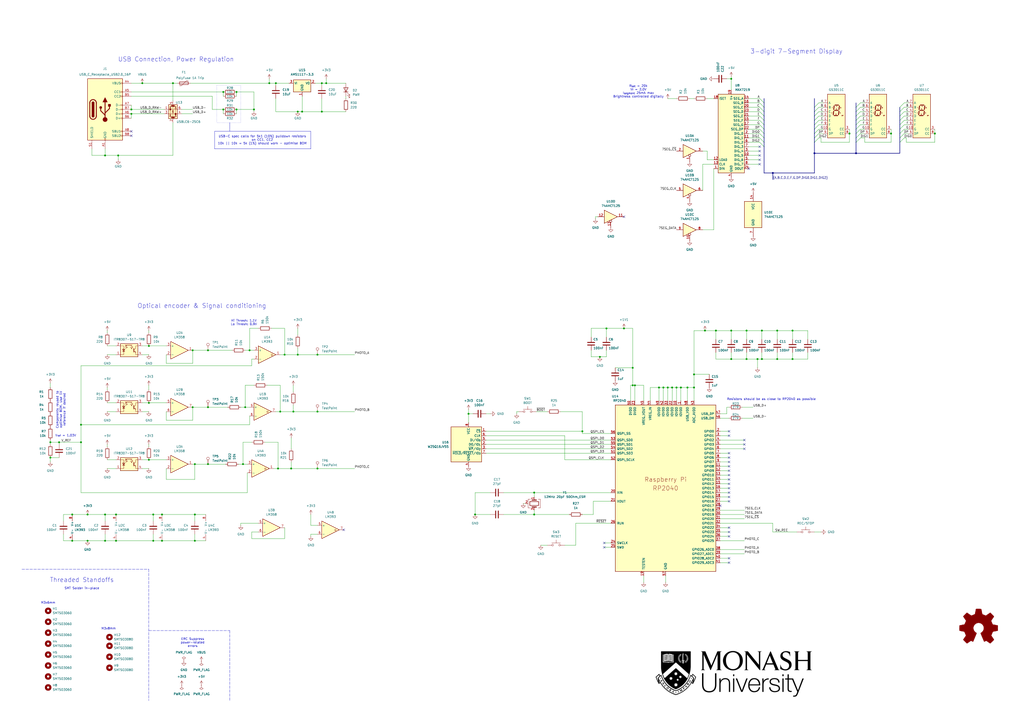
<source format=kicad_sch>
(kicad_sch (version 20250114) (generator "eeschema") (generator_version "9.0")
  (paper "A2")
  (title_block (title "Mass Spring Damper Lab") (rev "01") (company "Monash University") (comment 3 "github.com/michaelruppe/dynalab") (comment 4 "Michael Ruppe"))
  (rectangle (start 124.46 76.2) (end 180.34 86.36))
  (rectangle (start 125.73 49.53) (end 139.7 71.12) (stroke (width 0) (type dot)))
  (text "USB-C spec calls for 5k1 (10%) pulldown resistors\non CC1, CC2\n10k || 10k = 5k (1%) should work - optimise BOM" (at 152.146 81.28 0) (effects (font (size 1.27 1.27))))
  (text "M3x6mm" (at 27.94 349.758 0) (effects (font (size 1.27 1.27))))
  (text "Resistors should be as close to RP2040 as possible" (at 421.64 232.41 0) (effects (font (size 1.27 1.27)) (justify left bottom)))
  (text "Hi Thresh: 1.1V\nLo Thresh: 0.9V" (at 141.478 187.198 0) (effects (font (size 1.27 1.27))))
  (text "3-digit 7-Segment Display" (at 462.026 29.972 0) (effects (font (size 2.54 2.54))))
  (text "Threaded Standoffs" (at 47.498 336.55 0) (effects (font (size 2.54 2.54))))
  (text "Components reused to\noptimise BOM. Use 1V\nreference if desired" (at 35.306 237.744 90) (effects (font (size 1.27 1.27))))
  (text "USB Connection, Power Regulation" (at 102.108 34.544 0) (effects (font (size 2.54 2.54))))
  (text "ERC Suppress\npower-related\nerrors" (at 111.76 372.872 0) (effects (font (size 1.27 1.27))))
  (text "SMT Solder in-place" (at 47.498 341.376 0) (effects (font (size 1.27 1.27))))
  (text "R_{set} = 20k\nV_{f} = 2.0V\nI_{segment} 25mA max\nBrightness controlled digitally" (at 370.332 53.086 0) (effects (font (size 1.27 1.27))))
  (text "Optical encoder & Signal conditioning" (at 117.094 177.546 0) (effects (font (size 2.54 2.54))))
  (text "M3x8mm" (at 62.992 364.744 0) (effects (font (size 1.27 1.27))))
  (text "V_{ref} = 1.03V" (at 38.1 252.73 0) (effects (font (size 1.27 1.27))))
  (junction (at 46.99 256.54))
  (junction (at 147.32 63.5))
  (junction (at 424.18 191.77))
  (junction (at 34.29 256.54))
  (junction (at 459.74 208.28))
  (junction (at 402.59 217.17))
  (junction (at 542.29 77.47))
  (junction (at 408.94 191.77))
  (junction (at 160.02 48.26))
  (junction (at 76.2 63.5))
  (junction (at 86.36 233.68))
  (junction (at 68.58 90.17))
  (junction (at 113.03 269.24))
  (junction (at 161.29 271.78))
  (junction (at 384.81 224.79))
  (junction (at 184.15 205.74))
  (junction (at 389.89 224.79))
  (junction (at 120.65 236.22))
  (junction (at 113.03 298.45))
  (junction (at 93.98 298.45))
  (junction (at 309.88 298.45))
  (junction (at 368.3 223.52))
  (junction (at 433.07 191.77))
  (junction (at 172.72 64.77))
  (junction (at 29.21 265.43))
  (junction (at 424.18 208.28))
  (junction (at 392.43 224.79))
  (junction (at 433.07 208.28))
  (junction (at 415.29 191.77))
  (junction (at 170.18 238.76))
  (junction (at 129.54 63.5))
  (junction (at 424.18 45.72))
  (junction (at 50.8 313.69))
  (junction (at 186.69 64.77))
  (junction (at 60.96 298.45))
  (junction (at 93.98 313.69))
  (junction (at 271.78 240.03))
  (junction (at 175.26 64.77))
  (junction (at 41.91 313.69))
  (junction (at 172.72 205.74))
  (junction (at 402.59 224.79))
  (junction (at 459.74 191.77))
  (junction (at 516.89 77.47))
  (junction (at 450.85 208.28))
  (junction (at 67.31 313.69))
  (junction (at 41.91 298.45))
  (junction (at 398.78 224.79))
  (junction (at 387.35 224.79))
  (junction (at 165.1 205.74))
  (junction (at 67.31 298.45))
  (junction (at 50.8 298.45))
  (junction (at 111.76 203.2))
  (junction (at 120.65 203.2))
  (junction (at 82.55 48.26))
  (junction (at 60.96 90.17))
  (junction (at 441.96 191.77))
  (junction (at 86.36 200.66))
  (junction (at 137.16 63.5))
  (junction (at 120.65 269.24))
  (junction (at 351.79 190.5))
  (junction (at 367.03 213.36))
  (junction (at 186.69 48.26))
  (junction (at 450.85 191.77))
  (junction (at 189.23 48.26))
  (junction (at 129.54 53.34))
  (junction (at 29.21 256.54))
  (junction (at 347.98 207.01))
  (junction (at 168.91 271.78))
  (junction (at 46.99 246.38))
  (junction (at 162.56 238.76))
  (junction (at 361.95 190.5))
  (junction (at 88.9 313.69))
  (junction (at 86.36 266.7))
  (junction (at 140.97 269.24))
  (junction (at 367.03 223.52))
  (junction (at 496.57 88.9))
  (junction (at 439.42 208.28))
  (junction (at 184.15 238.76))
  (junction (at 142.24 236.22))
  (junction (at 275.59 298.45))
  (junction (at 88.9 298.45))
  (junction (at 144.78 203.2))
  (junction (at 448.31 100.33))
  (junction (at 309.88 285.75))
  (junction (at 394.97 224.79))
  (junction (at 60.96 313.69))
  (junction (at 472.44 88.9))
  (junction (at 100.33 48.26))
  (junction (at 492.76 77.47))
  (junction (at 137.16 53.34))
  (junction (at 76.2 66.04))
  (junction (at 382.27 224.79))
  (junction (at 337.82 250.19))
  (junction (at 111.76 236.22))
  (junction (at 184.15 271.78))
  (junction (at 441.96 208.28))
  (junction (at 156.21 48.26))
  (junction (at 113.03 313.69))
  (no_connect (at 440.69 92.71))
  (no_connect (at 422.91 278.13))
  (no_connect (at 422.91 273.05))
  (no_connect (at 422.91 280.67))
  (no_connect (at 422.91 265.43))
  (no_connect (at 440.69 87.63))
  (no_connect (at 422.91 323.85))
  (no_connect (at 350.52 314.96))
  (no_connect (at 431.8 257.81))
  (no_connect (at 422.91 288.29))
  (no_connect (at 417.83 293.37))
  (no_connect (at 422.91 252.73))
  (no_connect (at 422.91 267.97))
  (no_connect (at 76.2 76.2))
  (no_connect (at 422.91 262.89))
  (no_connect (at 422.91 275.59))
  (no_connect (at 199.39 307.34))
  (no_connect (at 76.2 78.74))
  (no_connect (at 434.34 97.79))
  (no_connect (at 422.91 326.39))
  (no_connect (at 422.91 290.83))
  (no_connect (at 422.91 311.15))
  (no_connect (at 422.91 306.07))
  (no_connect (at 440.69 85.09))
  (no_connect (at 361.95 125.73))
  (no_connect (at 431.8 255.27))
  (no_connect (at 440.69 90.17))
  (no_connect (at 440.69 95.25))
  (no_connect (at 422.91 285.75))
  (no_connect (at 422.91 308.61))
  (no_connect (at 422.91 283.21))
  (no_connect (at 431.8 260.35))
  (no_connect (at 422.91 270.51))
  (no_connect (at 422.91 250.19))
  (no_connect (at 350.52 317.5))
  (bus_entry (at 499.11 69.85) (size -2.54 2.54))
  (bus_entry (at 440.69 62.23) (size 2.54 2.54))
  (bus_entry (at 474.98 74.93) (size -2.54 2.54))
  (bus_entry (at 472.44 82.55) (size 2.54 -2.54))
  (bus_entry (at 499.11 64.77) (size -2.54 2.54))
  (bus_entry (at 474.98 62.23) (size -2.54 2.54))
  (bus_entry (at 524.51 72.39) (size -2.54 2.54))
  (bus_entry (at 474.98 77.47) (size -2.54 2.54))
  (bus_entry (at 440.69 80.01) (size 2.54 2.54))
  (bus_entry (at 474.98 59.69) (size -2.54 2.54))
  (bus_entry (at 524.51 69.85) (size -2.54 2.54))
  (bus_entry (at 524.51 80.01) (size -2.54 2.54))
  (bus_entry (at 499.11 77.47) (size -2.54 2.54))
  (bus_entry (at 499.11 59.69) (size -2.54 2.54))
  (bus_entry (at 524.51 64.77) (size -2.54 2.54))
  (bus_entry (at 440.69 74.93) (size 2.54 2.54))
  (bus_entry (at 440.69 64.77) (size 2.54 2.54))
  (bus_entry (at 499.11 67.31) (size -2.54 2.54))
  (bus_entry (at 440.69 82.55) (size 2.54 2.54))
  (bus_entry (at 474.98 64.77) (size -2.54 2.54))
  (bus_entry (at 524.51 74.93) (size -2.54 2.54))
  (bus_entry (at 474.98 72.39) (size -2.54 2.54))
  (bus_entry (at 499.11 72.39) (size -2.54 2.54))
  (bus_entry (at 524.51 62.23) (size -2.54 2.54))
  (bus_entry (at 440.69 57.15) (size 2.54 2.54))
  (bus_entry (at 524.51 67.31) (size -2.54 2.54))
  (bus_entry (at 496.57 82.55) (size 2.54 -2.54))
  (bus_entry (at 440.69 69.85) (size 2.54 2.54))
  (bus_entry (at 499.11 74.93) (size -2.54 2.54))
  (bus_entry (at 440.69 59.69) (size 2.54 2.54))
  (bus_entry (at 499.11 62.23) (size -2.54 2.54))
  (bus_entry (at 443.23 80.01) (size -2.54 -2.54))
  (bus_entry (at 524.51 77.47) (size -2.54 2.54))
  (bus_entry (at 440.69 72.39) (size 2.54 2.54))
  (bus_entry (at 524.51 59.69) (size -2.54 2.54))
  (bus_entry (at 474.98 69.85) (size -2.54 2.54))
  (bus_entry (at 440.69 67.31) (size 2.54 2.54))
  (bus_entry (at 474.98 67.31) (size -2.54 2.54))
  (wire (pts (xy 168.91 271.78) (xy 184.15 271.78)))
  (wire (pts (xy 46.99 285.75) (xy 143.51 285.75)))
  (wire (pts (xy 402.59 224.79) (xy 402.59 217.17)))
  (wire (pts (xy 281.94 250.19) (xy 337.82 250.19)))
  (wire (pts (xy 143.51 285.75) (xy 143.51 274.32)))
  (wire (pts (xy 100.33 90.17) (xy 68.58 90.17)))
  (wire (pts (xy 422.91 283.21) (xy 417.83 283.21)))
  (wire (pts (xy 60.96 298.45) (xy 67.31 298.45)))
  (bus (pts (xy 496.57 82.55) (xy 496.57 88.9)))
  (wire (pts (xy 172.72 205.74) (xy 172.72 201.93)))
  (wire (pts (xy 93.98 313.69) (xy 113.03 313.69)))
  (wire (pts (xy 82.55 200.66) (xy 86.36 200.66)))
  (wire (pts (xy 417.83 311.15) (xy 422.91 311.15)))
  (wire (pts (xy 351.79 190.5) (xy 351.79 195.58)))
  (bus (pts (xy 443.23 62.23) (xy 443.23 64.77)))
  (bus (pts (xy 443.23 72.39) (xy 443.23 74.93)))
  (bus (pts (xy 472.44 88.9) (xy 496.57 88.9)))
  (wire (pts (xy 111.76 269.24) (xy 113.03 269.24)))
  (wire (pts (xy 303.53 292.1) (xy 304.8 292.1)))
  (wire (pts (xy 337.82 251.46) (xy 354.33 251.46)))
  (wire (pts (xy 356.87 213.36) (xy 367.03 213.36)))
  (wire (pts (xy 417.83 303.53) (xy 448.31 303.53)))
  (wire (pts (xy 82.55 48.26) (xy 100.33 48.26)))
  (wire (pts (xy 417.83 240.03) (xy 421.64 240.03)))
  (wire (pts (xy 299.72 238.76) (xy 300.99 238.76)))
  (wire (pts (xy 82.55 266.7) (xy 86.36 266.7)))
  (wire (pts (xy 281.94 262.89) (xy 354.33 262.89)))
  (wire (pts (xy 434.34 57.15) (xy 440.69 57.15)))
  (wire (pts (xy 29.21 222.25) (xy 29.21 224.79)))
  (wire (pts (xy 144.78 203.2) (xy 144.78 190.5)))
  (wire (pts (xy 281.94 255.27) (xy 354.33 255.27)))
  (wire (pts (xy 186.69 64.77) (xy 175.26 64.77)))
  (wire (pts (xy 29.21 256.54) (xy 29.21 257.81)))
  (bus (pts (xy 448.31 100.33) (xy 472.44 100.33)))
  (wire (pts (xy 82.55 205.74) (xy 86.36 205.74)))
  (wire (pts (xy 146.05 212.09) (xy 146.05 208.28)))
  (bus (pts (xy 521.97 77.47) (xy 521.97 80.01)))
  (wire (pts (xy 96.52 271.78) (xy 96.52 278.13)))
  (bus (pts (xy 521.97 64.77) (xy 521.97 67.31)))
  (bus (pts (xy 443.23 59.69) (xy 443.23 62.23)))
  (wire (pts (xy 299.72 240.03) (xy 299.72 238.76)))
  (wire (pts (xy 82.55 238.76) (xy 86.36 238.76)))
  (wire (pts (xy 448.31 308.61) (xy 462.28 308.61)))
  (wire (pts (xy 422.91 288.29) (xy 417.83 288.29)))
  (wire (pts (xy 524.51 59.69) (xy 527.05 59.69)))
  (wire (pts (xy 62.23 233.68) (xy 67.31 233.68)))
  (wire (pts (xy 407.67 95.25) (xy 414.02 95.25)))
  (bus (pts (xy 443.23 82.55) (xy 443.23 85.09)))
  (wire (pts (xy 60.96 90.17) (xy 53.34 90.17)))
  (wire (pts (xy 344.17 290.83) (xy 354.33 290.83)))
  (wire (pts (xy 46.99 212.09) (xy 46.99 246.38)))
  (wire (pts (xy 422.91 323.85) (xy 417.83 323.85)))
  (wire (pts (xy 180.34 311.15) (xy 180.34 309.88)))
  (wire (pts (xy 50.8 298.45) (xy 60.96 298.45)))
  (wire (pts (xy 271.78 237.49) (xy 271.78 240.03)))
  (wire (pts (xy 146.05 308.61) (xy 149.86 308.61)))
  (wire (pts (xy 281.94 257.81) (xy 354.33 257.81)))
  (wire (pts (xy 459.74 204.47) (xy 459.74 208.28)))
  (wire (pts (xy 281.94 260.35) (xy 354.33 260.35)))
  (wire (pts (xy 474.98 59.69) (xy 477.52 59.69)))
  (wire (pts (xy 29.21 256.54) (xy 34.29 256.54)))
  (bus (pts (xy 472.44 64.77) (xy 472.44 67.31)))
  (wire (pts (xy 468.63 191.77) (xy 459.74 191.77)))
  (wire (pts (xy 430.53 242.57) (xy 436.88 242.57)))
  (wire (pts (xy 422.91 290.83) (xy 417.83 290.83)))
  (wire (pts (xy 414.02 133.35) (xy 414.02 97.79)))
  (wire (pts (xy 377.19 224.79) (xy 382.27 224.79)))
  (bus (pts (xy 496.57 74.93) (xy 496.57 77.47)))
  (wire (pts (xy 516.89 74.93) (xy 516.89 77.47)))
  (wire (pts (xy 415.29 191.77) (xy 415.29 196.85)))
  (wire (pts (xy 499.11 69.85) (xy 501.65 69.85)))
  (wire (pts (xy 422.91 285.75) (xy 417.83 285.75)))
  (wire (pts (xy 441.96 191.77) (xy 433.07 191.77)))
  (wire (pts (xy 382.27 224.79) (xy 384.81 224.79)))
  (wire (pts (xy 86.36 233.68) (xy 96.52 233.68)))
  (bus (pts (xy 443.23 85.09) (xy 443.23 100.33)))
  (wire (pts (xy 434.34 72.39) (xy 440.69 72.39)))
  (wire (pts (xy 309.88 295.91) (xy 309.88 298.45)))
  (wire (pts (xy 389.89 224.79) (xy 389.89 232.41)))
  (wire (pts (xy 433.07 191.77) (xy 424.18 191.77)))
  (wire (pts (xy 398.78 224.79) (xy 398.78 232.41)))
  (wire (pts (xy 62.23 200.66) (xy 67.31 200.66)))
  (wire (pts (xy 367.03 223.52) (xy 368.3 223.52)))
  (wire (pts (xy 62.23 257.81) (xy 62.23 259.08)))
  (wire (pts (xy 309.88 298.45) (xy 330.2 298.45)))
  (wire (pts (xy 160.02 48.26) (xy 167.64 48.26)))
  (wire (pts (xy 156.21 45.72) (xy 156.21 48.26)))
  (bus (pts (xy 496.57 80.01) (xy 496.57 82.55)))
  (wire (pts (xy 142.24 236.22) (xy 142.24 223.52)))
  (wire (pts (xy 170.18 238.76) (xy 170.18 234.95)))
  (wire (pts (xy 474.98 67.31) (xy 477.52 67.31)))
  (wire (pts (xy 407.67 87.63) (xy 410.21 87.63)))
  (wire (pts (xy 474.98 74.93) (xy 477.52 74.93)))
  (bus (pts (xy 443.23 64.77) (xy 443.23 67.31)))
  (wire (pts (xy 309.88 285.75) (xy 354.33 285.75)))
  (polyline (pts (xy 133.35 365.76) (xy 133.35 406.4)) (stroke (width 0) (type dash)))
  (wire (pts (xy 524.51 77.47) (xy 527.05 77.47)))
  (wire (pts (xy 367.03 213.36) (xy 367.03 190.5)))
  (polyline (pts (xy 86.36 365.76) (xy 133.35 365.76)) (stroke (width 0) (type dash)))
  (wire (pts (xy 450.85 191.77) (xy 450.85 196.85)))
  (wire (pts (xy 275.59 298.45) (xy 284.48 298.45)))
  (bus (pts (xy 443.23 80.01) (xy 443.23 82.55)))
  (wire (pts (xy 161.29 271.78) (xy 158.75 271.78)))
  (wire (pts (xy 144.78 203.2) (xy 147.32 203.2)))
  (wire (pts (xy 524.51 67.31) (xy 527.05 67.31)))
  (wire (pts (xy 139.7 304.8) (xy 139.7 303.53)))
  (bus (pts (xy 521.97 74.93) (xy 521.97 77.47)))
  (wire (pts (xy 200.66 64.77) (xy 186.69 64.77)))
  (bus (pts (xy 496.57 69.85) (xy 496.57 72.39)))
  (wire (pts (xy 417.83 321.31) (xy 431.8 321.31)))
  (wire (pts (xy 434.34 92.71) (xy 440.69 92.71)))
  (wire (pts (xy 111.76 243.84) (xy 111.76 236.22)))
  (wire (pts (xy 402.59 217.17) (xy 411.48 217.17)))
  (wire (pts (xy 311.15 238.76) (xy 317.5 238.76)))
  (wire (pts (xy 422.91 278.13) (xy 417.83 278.13)))
  (wire (pts (xy 172.72 205.74) (xy 184.15 205.74)))
  (wire (pts (xy 86.36 200.66) (xy 96.52 200.66)))
  (wire (pts (xy 417.83 270.51) (xy 422.91 270.51)))
  (wire (pts (xy 86.36 266.7) (xy 96.52 266.7)))
  (bus (pts (xy 472.44 74.93) (xy 472.44 77.47)))
  (wire (pts (xy 542.29 82.55) (xy 542.29 77.47)))
  (bus (pts (xy 496.57 67.31) (xy 496.57 69.85)))
  (wire (pts (xy 344.17 298.45) (xy 344.17 290.83)))
  (wire (pts (xy 424.18 44.45) (xy 424.18 45.72)))
  (wire (pts (xy 499.11 77.47) (xy 501.65 77.47)))
  (wire (pts (xy 96.52 205.74) (xy 96.52 210.82)))
  (wire (pts (xy 123.19 55.88) (xy 123.19 63.5)))
  (wire (pts (xy 137.16 63.5) (xy 147.32 63.5)))
  (wire (pts (xy 62.23 238.76) (xy 67.31 238.76)))
  (wire (pts (xy 377.19 224.79) (xy 377.19 232.41)))
  (wire (pts (xy 394.97 224.79) (xy 398.78 224.79)))
  (wire (pts (xy 468.63 204.47) (xy 468.63 208.28)))
  (wire (pts (xy 434.34 64.77) (xy 440.69 64.77)))
  (wire (pts (xy 434.34 59.69) (xy 440.69 59.69)))
  (wire (pts (xy 186.69 48.26) (xy 186.69 49.53)))
  (wire (pts (xy 499.11 74.93) (xy 501.65 74.93)))
  (bus (pts (xy 443.23 57.15) (xy 443.23 59.69)))
  (wire (pts (xy 450.85 208.28) (xy 441.96 208.28)))
  (wire (pts (xy 387.35 224.79) (xy 387.35 232.41)))
  (wire (pts (xy 373.38 334.01) (xy 373.38 337.82)))
  (wire (pts (xy 450.85 191.77) (xy 441.96 191.77)))
  (wire (pts (xy 110.49 48.26) (xy 156.21 48.26)))
  (wire (pts (xy 474.98 77.47) (xy 477.52 77.47)))
  (wire (pts (xy 434.34 80.01) (xy 440.69 80.01)))
  (wire (pts (xy 170.18 223.52) (xy 170.18 227.33)))
  (wire (pts (xy 345.44 125.73) (xy 346.71 125.73)))
  (wire (pts (xy 394.97 224.79) (xy 394.97 232.41)))
  (bus (pts (xy 496.57 59.69) (xy 496.57 62.23)))
  (wire (pts (xy 184.15 205.74) (xy 205.74 205.74)))
  (wire (pts (xy 60.96 90.17) (xy 60.96 86.36)))
  (wire (pts (xy 113.03 309.88) (xy 113.03 313.69)))
  (wire (pts (xy 350.52 317.5) (xy 354.33 317.5)))
  (wire (pts (xy 50.8 313.69) (xy 41.91 313.69)))
  (wire (pts (xy 292.1 285.75) (xy 309.88 285.75)))
  (wire (pts (xy 96.52 210.82) (xy 111.76 210.82)))
  (wire (pts (xy 408.94 191.77) (xy 415.29 191.77)))
  (bus (pts (xy 521.97 82.55) (xy 521.97 88.9)))
  (wire (pts (xy 327.66 252.73) (xy 327.66 266.7)))
  (wire (pts (xy 142.24 236.22) (xy 144.78 236.22)))
  (wire (pts (xy 53.34 86.36) (xy 53.34 90.17)))
  (wire (pts (xy 410.21 92.71) (xy 414.02 92.71)))
  (wire (pts (xy 421.64 45.72) (xy 424.18 45.72)))
  (wire (pts (xy 434.34 82.55) (xy 440.69 82.55)))
  (wire (pts (xy 147.32 53.34) (xy 147.32 63.5)))
  (wire (pts (xy 407.67 133.35) (xy 414.02 133.35)))
  (wire (pts (xy 137.16 53.34) (xy 137.16 55.88)))
  (polyline (pts (xy 12.7 330.2) (xy 86.36 330.2)) (stroke (width 0) (type dash)))
  (wire (pts (xy 424.18 191.77) (xy 424.18 196.85)))
  (bus (pts (xy 521.97 80.01) (xy 521.97 82.55)))
  (wire (pts (xy 138.43 269.24) (xy 140.97 269.24)))
  (wire (pts (xy 62.23 224.79) (xy 62.23 226.06)))
  (wire (pts (xy 422.91 280.67) (xy 417.83 280.67)))
  (wire (pts (xy 402.59 224.79) (xy 402.59 232.41)))
  (wire (pts (xy 434.34 74.93) (xy 440.69 74.93)))
  (wire (pts (xy 67.31 298.45) (xy 88.9 298.45)))
  (wire (pts (xy 468.63 208.28) (xy 459.74 208.28)))
  (wire (pts (xy 433.07 191.77) (xy 433.07 196.85)))
  (wire (pts (xy 105.41 66.04) (xy 111.76 66.04)))
  (wire (pts (xy 524.51 64.77) (xy 527.05 64.77)))
  (wire (pts (xy 524.51 69.85) (xy 527.05 69.85)))
  (wire (pts (xy 422.91 267.97) (xy 417.83 267.97)))
  (wire (pts (xy 422.91 326.39) (xy 417.83 326.39)))
  (wire (pts (xy 389.89 224.79) (xy 392.43 224.79)))
  (wire (pts (xy 309.88 285.75) (xy 309.88 288.29)))
  (wire (pts (xy 499.11 72.39) (xy 501.65 72.39)))
  (wire (pts (xy 172.72 64.77) (xy 160.02 64.77)))
  (wire (pts (xy 365.76 232.41) (xy 365.76 223.52)))
  (wire (pts (xy 184.15 271.78) (xy 205.74 271.78)))
  (wire (pts (xy 146.05 312.42) (xy 146.05 308.61)))
  (wire (pts (xy 184.15 238.76) (xy 205.74 238.76)))
  (wire (pts (xy 76.2 48.26) (xy 82.55 48.26)))
  (bus (pts (xy 472.44 72.39) (xy 472.44 74.93)))
  (wire (pts (xy 492.76 82.55) (xy 476.25 82.55)))
  (wire (pts (xy 62.23 205.74) (xy 67.31 205.74)))
  (wire (pts (xy 284.48 285.75) (xy 275.59 285.75)))
  (wire (pts (xy 334.01 316.23) (xy 334.01 303.53)))
  (bus (pts (xy 472.44 82.55) (xy 472.44 88.9)))
  (wire (pts (xy 156.21 48.26) (xy 160.02 48.26)))
  (wire (pts (xy 60.96 313.69) (xy 50.8 313.69)))
  (wire (pts (xy 111.76 210.82) (xy 111.76 203.2)))
  (wire (pts (xy 180.34 304.8) (xy 180.34 298.45)))
  (wire (pts (xy 476.25 82.55) (xy 476.25 80.01)))
  (wire (pts (xy 422.91 265.43) (xy 417.83 265.43)))
  (wire (pts (xy 160.02 64.77) (xy 160.02 57.15)))
  (wire (pts (xy 421.64 236.22) (xy 422.91 236.22)))
  (wire (pts (xy 424.18 208.28) (xy 415.29 208.28)))
  (wire (pts (xy 439.42 208.28) (xy 441.96 208.28)))
  (wire (pts (xy 382.27 232.41) (xy 382.27 224.79)))
  (wire (pts (xy 120.65 269.24) (xy 130.81 269.24)))
  (wire (pts (xy 36.83 298.45) (xy 41.91 298.45)))
  (wire (pts (xy 82.55 233.68) (xy 86.36 233.68)))
  (wire (pts (xy 88.9 313.69) (xy 67.31 313.69)))
  (wire (pts (xy 422.91 306.07) (xy 417.83 306.07)))
  (wire (pts (xy 448.31 303.53) (xy 448.31 308.61)))
  (wire (pts (xy 113.03 298.45) (xy 119.38 298.45)))
  (wire (pts (xy 120.65 236.22) (xy 132.08 236.22)))
  (wire (pts (xy 76.2 66.04) (xy 76.2 68.58)))
  (wire (pts (xy 34.29 256.54) (xy 46.99 256.54)))
  (wire (pts (xy 168.91 254) (xy 168.91 260.35)))
  (wire (pts (xy 274.32 240.03) (xy 271.78 240.03)))
  (wire (pts (xy 157.48 190.5) (xy 165.1 190.5)))
  (wire (pts (xy 468.63 196.85) (xy 468.63 191.77)))
  (wire (pts (xy 275.59 285.75) (xy 275.59 298.45)))
  (wire (pts (xy 499.11 62.23) (xy 501.65 62.23)))
  (wire (pts (xy 113.03 313.69) (xy 119.38 313.69)))
  (wire (pts (xy 337.82 238.76) (xy 337.82 250.19)))
  (wire (pts (xy 62.23 266.7) (xy 67.31 266.7)))
  (wire (pts (xy 367.03 190.5) (xy 361.95 190.5)))
  (wire (pts (xy 123.19 63.5) (xy 129.54 63.5)))
  (wire (pts (xy 162.56 223.52) (xy 162.56 238.76)))
  (wire (pts (xy 41.91 298.45) (xy 50.8 298.45)))
  (wire (pts (xy 441.96 204.47) (xy 441.96 208.28)))
  (wire (pts (xy 417.83 260.35) (xy 431.8 260.35)))
  (bus (pts (xy 443.23 100.33) (xy 448.31 100.33)))
  (bus (pts (xy 521.97 67.31) (xy 521.97 69.85)))
  (wire (pts (xy 415.29 208.28) (xy 415.29 204.47)))
  (wire (pts (xy 367.03 213.36) (xy 367.03 223.52)))
  (wire (pts (xy 501.65 80.01) (xy 501.65 82.55)))
  (wire (pts (xy 459.74 191.77) (xy 459.74 196.85)))
  (wire (pts (xy 134.62 203.2) (xy 120.65 203.2)))
  (wire (pts (xy 347.98 207.01) (xy 342.9 207.01)))
  (wire (pts (xy 140.97 269.24) (xy 140.97 256.54)))
  (wire (pts (xy 76.2 55.88) (xy 123.19 55.88)))
  (bus (pts (xy 521.97 69.85) (xy 521.97 72.39)))
  (wire (pts (xy 424.18 204.47) (xy 424.18 208.28)))
  (wire (pts (xy 434.34 62.23) (xy 440.69 62.23)))
  (wire (pts (xy 46.99 246.38) (xy 144.78 246.38)))
  (wire (pts (xy 325.12 238.76) (xy 337.82 238.76)))
  (bus (pts (xy 443.23 69.85) (xy 443.23 72.39)))
  (wire (pts (xy 524.51 72.39) (xy 527.05 72.39)))
  (wire (pts (xy 100.33 48.26) (xy 100.33 58.42)))
  (wire (pts (xy 129.54 63.5) (xy 129.54 66.04)))
  (wire (pts (xy 492.76 74.93) (xy 492.76 77.47)))
  (bus (pts (xy 521.97 72.39) (xy 521.97 74.93)))
  (wire (pts (xy 62.23 271.78) (xy 67.31 271.78)))
  (wire (pts (xy 474.98 62.23) (xy 477.52 62.23)))
  (wire (pts (xy 361.95 190.5) (xy 351.79 190.5)))
  (wire (pts (xy 165.1 306.07) (xy 165.1 312.42)))
  (wire (pts (xy 147.32 63.5) (xy 147.32 64.77)))
  (wire (pts (xy 384.81 224.79) (xy 384.81 232.41)))
  (bus (pts (xy 521.97 62.23) (xy 521.97 64.77)))
  (wire (pts (xy 373.38 223.52) (xy 368.3 223.52)))
  (wire (pts (xy 46.99 212.09) (xy 146.05 212.09)))
  (wire (pts (xy 410.21 57.15) (xy 414.02 57.15)))
  (wire (pts (xy 41.91 313.69) (xy 36.83 313.69)))
  (wire (pts (xy 76.2 53.34) (xy 129.54 53.34)))
  (polyline (pts (xy 86.36 330.2) (xy 86.36 406.4)) (stroke (width 0) (type dash)))
  (wire (pts (xy 351.79 203.2) (xy 351.79 207.01)))
  (wire (pts (xy 67.31 313.69) (xy 60.96 313.69)))
  (wire (pts (xy 93.98 298.45) (xy 113.03 298.45)))
  (wire (pts (xy 422.91 308.61) (xy 417.83 308.61)))
  (wire (pts (xy 431.8 255.27) (xy 417.83 255.27)))
  (wire (pts (xy 474.98 72.39) (xy 477.52 72.39)))
  (wire (pts (xy 281.94 252.73) (xy 327.66 252.73)))
  (wire (pts (xy 182.88 48.26) (xy 186.69 48.26)))
  (wire (pts (xy 100.33 48.26) (xy 102.87 48.26)))
  (bus (pts (xy 472.44 69.85) (xy 472.44 72.39)))
  (wire (pts (xy 434.34 85.09) (xy 440.69 85.09)))
  (wire (pts (xy 165.1 312.42) (xy 146.05 312.42)))
  (bus (pts (xy 443.23 74.93) (xy 443.23 77.47)))
  (bus (pts (xy 472.44 100.33) (xy 472.44 88.9)))
  (wire (pts (xy 113.03 269.24) (xy 120.65 269.24)))
  (wire (pts (xy 62.23 191.77) (xy 62.23 193.04)))
  (wire (pts (xy 499.11 64.77) (xy 501.65 64.77)))
  (bus (pts (xy 496.57 72.39) (xy 496.57 74.93)))
  (wire (pts (xy 439.42 208.28) (xy 433.07 208.28)))
  (wire (pts (xy 165.1 190.5) (xy 165.1 205.74)))
  (wire (pts (xy 365.76 223.52) (xy 367.03 223.52)))
  (wire (pts (xy 161.29 256.54) (xy 161.29 271.78)))
  (wire (pts (xy 88.9 309.88) (xy 88.9 313.69)))
  (wire (pts (xy 386.08 334.01) (xy 386.08 337.82)))
  (wire (pts (xy 474.98 64.77) (xy 477.52 64.77)))
  (wire (pts (xy 499.11 80.01) (xy 501.65 80.01)))
  (wire (pts (xy 421.64 240.03) (xy 421.64 236.22)))
  (wire (pts (xy 337.82 250.19) (xy 337.82 251.46)))
  (wire (pts (xy 433.07 208.28) (xy 424.18 208.28)))
  (wire (pts (xy 144.78 190.5) (xy 149.86 190.5)))
  (wire (pts (xy 137.16 53.34) (xy 147.32 53.34)))
  (wire (pts (xy 450.85 204.47) (xy 450.85 208.28)))
  (wire (pts (xy 96.52 243.84) (xy 111.76 243.84)))
  (bus (pts (xy 448.31 104.14) (xy 448.31 100.33)))
  (wire (pts (xy 417.83 295.91) (xy 431.8 295.91)))
  (bus (pts (xy 472.44 62.23) (xy 472.44 64.77)))
  (wire (pts (xy 281.94 240.03) (xy 284.48 240.03)))
  (wire (pts (xy 350.52 314.96) (xy 354.33 314.96)))
  (bus (pts (xy 496.57 62.23) (xy 496.57 64.77)))
  (bus (pts (xy 496.57 88.9) (xy 521.97 88.9)))
  (wire (pts (xy 368.3 223.52) (xy 368.3 232.41)))
  (wire (pts (xy 417.83 298.45) (xy 431.8 298.45)))
  (wire (pts (xy 417.83 318.77) (xy 431.8 318.77)))
  (wire (pts (xy 474.98 69.85) (xy 477.52 69.85)))
  (wire (pts (xy 34.29 256.54) (xy 34.29 257.81)))
  (wire (pts (xy 398.78 224.79) (xy 402.59 224.79)))
  (wire (pts (xy 186.69 57.15) (xy 186.69 64.77)))
  (wire (pts (xy 417.83 313.69) (xy 431.8 313.69)))
  (wire (pts (xy 144.78 246.38) (xy 144.78 241.3)))
  (wire (pts (xy 424.18 191.77) (xy 415.29 191.77)))
  (wire (pts (xy 434.34 90.17) (xy 440.69 90.17)))
  (wire (pts (xy 351.79 207.01) (xy 347.98 207.01)))
  (wire (pts (xy 433.07 204.47) (xy 433.07 208.28)))
  (wire (pts (xy 68.58 92.71) (xy 68.58 90.17)))
  (wire (pts (xy 542.29 74.93) (xy 542.29 77.47)))
  (wire (pts (xy 387.35 224.79) (xy 389.89 224.79)))
  (wire (pts (xy 68.58 90.17) (xy 60.96 90.17)))
  (wire (pts (xy 342.9 190.5) (xy 342.9 195.58)))
  (wire (pts (xy 60.96 298.45) (xy 60.96 302.26)))
  (wire (pts (xy 430.53 236.22) (xy 436.88 236.22)))
  (bus (pts (xy 472.44 80.01) (xy 472.44 82.55)))
  (wire (pts (xy 434.34 69.85) (xy 440.69 69.85)))
  (wire (pts (xy 410.21 87.63) (xy 410.21 92.71)))
  (wire (pts (xy 392.43 224.79) (xy 394.97 224.79)))
  (polyline (pts (xy 133.35 71.12) (xy 133.35 76.2)))
  (wire (pts (xy 129.54 53.34) (xy 129.54 55.88)))
  (wire (pts (xy 431.8 257.81) (xy 417.83 257.81)))
  (wire (pts (xy 472.44 308.61) (xy 476.25 308.61)))
  (wire (pts (xy 46.99 256.54) (xy 46.99 285.75)))
  (wire (pts (xy 175.26 55.88) (xy 175.26 64.77)))
  (wire (pts (xy 524.51 80.01) (xy 525.78 80.01)))
  (wire (pts (xy 424.18 45.72) (xy 424.18 52.07)))
  (wire (pts (xy 441.96 191.77) (xy 441.96 196.85)))
  (wire (pts (xy 402.59 217.17) (xy 402.59 191.77)))
  (bus (pts (xy 472.44 57.15) (xy 472.44 62.23)))
  (wire (pts (xy 96.52 238.76) (xy 96.52 243.84)))
  (wire (pts (xy 384.81 224.79) (xy 387.35 224.79)))
  (wire (pts (xy 146.05 208.28) (xy 147.32 208.28)))
  (wire (pts (xy 168.91 271.78) (xy 168.91 267.97)))
  (wire (pts (xy 422.91 275.59) (xy 417.83 275.59)))
  (wire (pts (xy 46.99 246.38) (xy 46.99 256.54)))
  (wire (pts (xy 184.15 304.8) (xy 180.34 304.8)))
  (wire (pts (xy 162.56 238.76) (xy 170.18 238.76)))
  (wire (pts (xy 492.76 77.47) (xy 492.76 82.55)))
  (wire (pts (xy 113.03 269.24) (xy 113.03 278.13)))
  (wire (pts (xy 434.34 95.25) (xy 440.69 95.25)))
  (wire (pts (xy 351.79 190.5) (xy 342.9 190.5)))
  (bus (pts (xy 472.44 77.47) (xy 472.44 80.01)))
  (wire (pts (xy 392.43 224.79) (xy 392.43 232.41)))
  (wire (pts (xy 476.25 80.01) (xy 474.98 80.01)))
  (wire (pts (xy 524.51 62.23) (xy 527.05 62.23)))
  (wire (pts (xy 153.67 256.54) (xy 161.29 256.54)))
  (wire (pts (xy 29.21 265.43) (xy 29.21 267.97)))
  (wire (pts (xy 402.59 57.15) (xy 400.05 57.15)))
  (wire (pts (xy 417.83 300.99) (xy 431.8 300.99)))
  (wire (pts (xy 86.36 191.77) (xy 86.36 193.04)))
  (wire (pts (xy 271.78 240.03) (xy 271.78 245.11)))
  (wire (pts (xy 93.98 313.69) (xy 88.9 313.69)))
  (wire (pts (xy 417.83 262.89) (xy 422.91 262.89)))
  (wire (pts (xy 402.59 191.77) (xy 408.94 191.77)))
  (wire (pts (xy 60.96 309.88) (xy 60.96 313.69)))
  (wire (pts (xy 337.82 298.45) (xy 344.17 298.45)))
  (wire (pts (xy 327.66 316.23) (xy 334.01 316.23)))
  (wire (pts (xy 36.83 313.69) (xy 36.83 309.88)))
  (wire (pts (xy 317.5 316.23) (xy 313.69 316.23)))
  (wire (pts (xy 525.78 82.55) (xy 542.29 82.55)))
  (wire (pts (xy 137.16 63.5) (xy 137.16 66.04)))
  (wire (pts (xy 459.74 208.28) (xy 450.85 208.28)))
  (wire (pts (xy 86.36 257.81) (xy 86.36 259.08)))
  (wire (pts (xy 292.1 298.45) (xy 309.88 298.45)))
  (wire (pts (xy 161.29 271.78) (xy 168.91 271.78)))
  (wire (pts (xy 334.01 303.53) (xy 354.33 303.53)))
  (wire (pts (xy 96.52 278.13) (xy 113.03 278.13)))
  (wire (pts (xy 417.83 242.57) (xy 422.91 242.57)))
  (wire (pts (xy 439.42 208.28) (xy 439.42 213.36)))
  (wire (pts (xy 100.33 71.12) (xy 100.33 90.17)))
  (bus (pts (xy 472.44 67.31) (xy 472.44 69.85)))
  (wire (pts (xy 160.02 49.53) (xy 160.02 48.26)))
  (wire (pts (xy 342.9 207.01) (xy 342.9 203.2)))
  (wire (pts (xy 422.91 250.19) (xy 417.83 250.19)))
  (wire (pts (xy 29.21 255.27) (xy 29.21 256.54)))
  (wire (pts (xy 407.67 110.49) (xy 407.67 95.25)))
  (wire (pts (xy 180.34 309.88) (xy 184.15 309.88)))
  (wire (pts (xy 501.65 82.55) (xy 516.89 82.55)))
  (wire (pts (xy 162.56 238.76) (xy 160.02 238.76)))
  (wire (pts (xy 373.38 223.52) (xy 373.38 232.41)))
  (wire (pts (xy 140.97 256.54) (xy 146.05 256.54)))
  (wire (pts (xy 434.34 77.47) (xy 440.69 77.47)))
  (wire (pts (xy 76.2 60.96) (xy 76.2 63.5)))
  (wire (pts (xy 170.18 238.76) (xy 184.15 238.76)))
  (wire (pts (xy 139.7 236.22) (xy 142.24 236.22)))
  (wire (pts (xy 524.51 74.93) (xy 527.05 74.93)))
  (wire (pts (xy 86.36 223.52) (xy 86.36 226.06)))
  (wire (pts (xy 105.41 63.5) (xy 111.76 63.5)))
  (bus (pts (xy 496.57 77.47) (xy 496.57 80.01)))
  (wire (pts (xy 140.97 269.24) (xy 143.51 269.24)))
  (wire (pts (xy 417.83 273.05) (xy 422.91 273.05)))
  (wire (pts (xy 29.21 265.43) (xy 34.29 265.43)))
  (wire (pts (xy 172.72 190.5) (xy 172.72 194.31)))
  (wire (pts (xy 516.89 82.55) (xy 516.89 77.47)))
  (wire (pts (xy 327.66 266.7) (xy 354.33 266.7)))
  (wire (pts (xy 200.66 55.88) (xy 200.66 57.15)))
  (wire (pts (xy 189.23 48.26) (xy 200.66 48.26)))
  (wire (pts (xy 142.24 223.52) (xy 147.32 223.52)))
  (wire (pts (xy 172.72 64.77) (xy 175.26 64.77)))
  (wire (pts (xy 499.11 67.31) (xy 501.65 67.31)))
  (wire (pts (xy 139.7 303.53) (xy 149.86 303.53)))
  (wire (pts (xy 345.44 127) (xy 345.44 125.73)))
  (wire (pts (xy 422.91 252.73) (xy 417.83 252.73)))
  (wire (pts (xy 165.1 205.74) (xy 162.56 205.74)))
  (wire (pts (xy 113.03 302.26) (xy 113.03 298.45)))
  (bus (pts (xy 443.23 77.47) (xy 443.23 80.01)))
  (wire (pts (xy 142.24 203.2) (xy 144.78 203.2)))
  (wire (pts (xy 387.35 57.15) (xy 392.43 57.15)))
  (wire (pts (xy 499.11 59.69) (xy 501.65 59.69)))
  (wire (pts (xy 88.9 298.45) (xy 93.98 298.45)))
  (wire (pts (xy 120.65 203.2) (xy 111.76 203.2)))
  (wire (pts (xy 525.78 80.01) (xy 525.78 82.55)))
  (wire (pts (xy 165.1 205.74) (xy 172.72 205.74)))
  (wire (pts (xy 82.55 271.78) (xy 86.36 271.78)))
  (wire (pts (xy 76.2 66.04) (xy 95.25 66.04)))
  (wire (pts (xy 111.76 236.22) (xy 120.65 236.22)))
  (wire (pts (xy 434.34 67.31) (xy 440.69 67.31)))
  (wire (pts (xy 459.74 191.77) (xy 450.85 191.77)))
  (wire (pts (xy 154.94 223.52) (xy 162.56 223.52)))
  (wire (pts (xy 189.23 45.72) (xy 189.23 48.26)))
  (wire (pts (xy 189.23 48.26) (xy 186.69 48.26)))
  (wire (pts (xy 434.34 87.63) (xy 440.69 87.63)))
  (wire (pts (xy 36.83 302.26) (xy 36.83 298.45)))
  (bus (pts (xy 443.23 67.31) (xy 443.23 69.85)))
  (bus (pts (xy 496.57 64.77) (xy 496.57 67.31)))
  (wire (pts (xy 88.9 302.26) (xy 88.9 298.45)))
  (wire (pts (xy 76.2 63.5) (xy 95.25 63.5)))
  (image (at 425.45 391.16) (scale 1.06389))
  (label "PHOTO_A" (at 205.74 205.74 0))
  (label "G" (at 527.05 74.93 180))
  (label "SW_REC" (at 449.58 308.61 0))
  (label "QSPI_D3" (at 350.52 262.89 180))
  (label "G" (at 477.52 74.93 180))
  (label "QSPI_D2" (at 350.52 260.35 180))
  (label "E" (at 501.65 69.85 180))
  (label "E" (at 477.52 69.85 180))
  (label "DIG1" (at 499.11 80.01 0))
  (label "G" (at 501.65 74.93 180))
  (label "C" (at 501.65 64.77 180))
  (label "QSPI_CS" (at 350.52 251.46 180))
  (label "DIG2" (at 440.69 82.55 180))
  (label "USB_D_RAW-" (at 81.28 63.5 0))
  (label "F" (at 501.65 72.39 180))
  (label "D" (at 477.52 67.31 180))
  (label "DIG1" (at 440.69 80.01 180))
  (label "V_REF" (at 35.56 256.54 0))
  (label "F" (at 527.05 72.39 180))
  (label "PHOTO_A" (at 431.8 318.77 0))
  (label "A" (at 501.65 59.69 180))
  (label "C" (at 440.69 62.23 180))
  (label "E" (at 440.69 67.31 180))
  (label "G" (at 440.69 72.39 180))
  (label "DIG2" (at 474.98 80.01 0))
  (label "B" (at 440.69 59.69 180))
  (label "USB_D_RAW+" (at 81.28 66.04 0))
  (label "A" (at 440.69 57.15 180))
  (label "PHOTO_C" (at 205.74 271.78 0))
  (label "D" (at 440.69 64.77 180))
  (label "7SEG_~{CS}" (at 431.8 300.99 0))
  (label "DP" (at 527.05 77.47 180))
  (label "QSPI_D1" (at 350.52 257.81 180))
  (label "F" (at 477.52 72.39 180))
  (label "7SEG_CLK" (at 431.8 295.91 0))
  (label "~{BOOT}" (at 311.15 238.76 0))
  (label "A" (at 477.52 59.69 180))
  (label "PHOTO_C" (at 431.8 313.69 0))
  (label "B" (at 527.05 62.23 180))
  (label "DIG0" (at 524.51 80.01 0))
  (label "7SEG_CLK" (at 392.43 110.49 180))
  (label "D" (at 501.65 67.31 180))
  (label "USB_D-" (at 436.88 242.57 0))
  (label "E" (at 527.05 69.85 180))
  (label "USB_D+" (at 111.76 66.04 0))
  (label "DP" (at 440.69 74.93 180))
  (label "7SEG_DATA" (at 392.43 133.35 180))
  (label "C" (at 527.05 64.77 180))
  (label "DIG0" (at 440.69 77.47 180))
  (label "7SEG_~{CS}" (at 392.43 87.63 180))
  (label "A" (at 527.05 59.69 180))
  (label "B" (at 477.52 62.23 180))
  (label "{A,B,C,D,E,F,G,DP,DIG0,DIG1,DIG2}" (at 448.31 104.14 0))
  (label "7SEG_DATA" (at 431.8 298.45 0))
  (label "DP" (at 501.65 77.47 180))
  (label "D" (at 527.05 67.31 180))
  (label "DP" (at 477.52 77.47 180))
  (label "QSPI_CLK" (at 350.52 266.7 180))
  (label "QSPI_D0" (at 350.52 255.27 180))
  (label "B" (at 501.65 62.23 180))
  (label "PHOTO_B" (at 205.74 238.76 0))
  (label "USB_D-" (at 111.76 63.5 0))
  (label "~{RESET}" (at 351.79 303.53 180))
  (label "PHOTO_B" (at 431.8 321.31 0))
  (label "USB_D+" (at 436.88 236.22 0))
  (label "C" (at 477.52 64.77 180))
  (label "F" (at 440.69 69.85 180))
  (symbol (lib_id "Device:C") (at 342.9 199.39 0) (unit 1)
    (property "Reference" "C5" (at 344.17 196.85 0) (effects (justify left)))
    (property "Value" "100nF" (at 344.17 201.93 0) (effects (justify left)))
    (property "Footprint" "Capacitor_SMD:C_0603_1608Metric" (effects (hide yes)))
    (property "LCSC Part #" "C14663" (effects (hide yes)))
  )
  (symbol (lib_id "Device:C") (at 450.85 200.66 0) (unit 1)
    (property "Reference" "C11" (at 452.12 198.12 0) (effects (justify left)))
    (property "Value" "100nF" (at 452.12 203.2 0) (effects (justify left)))
    (property "Footprint" "Capacitor_SMD:C_0603_1608Metric" (effects (hide yes)))
    (property "LCSC Part #" "C14663" (effects (hide yes)))
  )
  (symbol (lib_id "power:GND") (at 106.68 383.54 0) (unit 1)
    (property "Reference" "#PWR042" (effects (hide yes)))
    (property "Value" "GND" (at 106.68 388.62 0))
    (property "Description" "Power symbol creates a global label with name \"GND\" , ground" (effects (hide yes)))
  )
  (symbol (lib_id "power:+3V3") (at 29.21 222.25 0) (unit 1)
    (property "Reference" "#PWR01" (effects (hide yes)))
    (property "Value" "+3V3" (at 29.21 217.17 0))
    (property "Description" "Power symbol creates a global label with name \"+3V3\"" (effects (hide yes)))
  )
  (symbol (lib_id "Mechanical:MountingHole") (at 27.94 373.38 0) (unit 1)
    (property "Reference" "H4" (at 30.48 372.1099 0) (effects (justify left)))
    (property "Value" "SMTSO3060" (at 30.48 374.6499 0) (effects (justify left)))
    (property "Footprint" "Footprints:MountingHole_SMTSO3060_3.2mm_M3" (effects (hide yes)))
    (property "Datasheet" "../Datasheet/SMTSO.pdf" (effects (hide yes)))
    (property "Description" "Mounting Hole without connection" (effects (hide yes)))
    (property "LCSC Part #" "C2915637" (effects (hide yes)))
  )
  (symbol (lib_id "Device:C") (at 441.96 200.66 0) (unit 1)
    (property "Reference" "C10" (at 443.23 198.12 0) (effects (justify left)))
    (property "Value" "100nF" (at 443.23 203.2 0) (effects (justify left)))
    (property "Footprint" "Capacitor_SMD:C_0603_1608Metric" (effects (hide yes)))
    (property "LCSC Part #" "C14663" (effects (hide yes)))
  )
  (symbol (lib_id "Device:C") (at 433.07 200.66 0) (unit 1)
    (property "Reference" "C9" (at 434.34 198.12 0) (effects (justify left)))
    (property "Value" "100nF" (at 434.34 203.2 0) (effects (justify left)))
    (property "Footprint" "Capacitor_SMD:C_0603_1608Metric" (effects (hide yes)))
    (property "LCSC Part #" "C14663" (effects (hide yes)))
  )
  (symbol (lib_id "power:GND") (at 476.25 308.61 90) (unit 1)
    (property "Reference" "#PWR045" (effects (hide yes)))
    (property "Value" "GND" (at 480.06 308.6099 90) (effects (justify right)))
    (property "Description" "Power symbol creates a global label with name \"GND\" , ground" (effects (hide yes)))
  )
  (symbol (lib_id "power:GND") (at 172.72 64.77 0) (unit 1)
    (property "Reference" "#PWR053" (effects (hide yes)))
    (property "Value" "GND" (at 172.72 68.58 0))
  )
  (symbol (lib_id "power:GND") (at 284.48 240.03 90) (mirror x) (unit 1)
    (property "Reference" "#PWR039" (effects (hide yes)))
    (property "Value" "GND" (at 288.29 240.0299 90) (effects (justify right)))
  )
  (symbol (lib_id "Comparator:LM393") (at 151.13 271.78 0) (unit 1)
    (property "Reference" "U4" (at 151.13 261.62 0))
    (property "Value" "LM393" (at 151.13 264.16 0))
    (property "Footprint" "Package_SO:SOIC-8_3.9x4.9mm_P1.27mm" (effects (hide yes)))
    (property "Datasheet" "http://www.ti.com/lit/ds/symlink/lm393.pdf" (effects (hide yes)))
    (property "Description" "Low-Power, Low-Offset Voltage, Dual Comparators, DIP-8/SOIC-8/TO-99-8" (effects (hide yes)))
    (property "LCSC Part #" "C32901" (effects (hide yes)))
  )
  (symbol (lib_id "Connector:USB_C_Receptacle_USB2.0_16P") (at 60.96 63.5 0) (unit 1)
    (property "Reference" "J1" (at 60.96 39.878 0))
    (property "Value" "USB_C_Receptacle_USB2.0_16P" (at 60.96 43.18 0))
    (property "Footprint" "Connector_USB:USB_C_Receptacle_HCTL_HC-TYPE-C-16P-01A" (effects (hide yes)))
    (property "Datasheet" "https://www.usb.org/sites/default/files/documents/usb_type-c.zip" (effects (hide yes)))
    (property "Description" "USB 2.0-only 16P Type-C Receptacle connector" (effects (hide yes)))
    (property "LCSC Part #" "C2894897" (effects (hide yes)))
  )
  (symbol (lib_id "Device:C") (at 186.69 53.34 0) (unit 1)
    (property "Reference" "C20" (at 190.5 52.0699 0) (effects (justify left)))
    (property "Value" "10uF" (at 190.5 54.6099 0) (effects (justify left)))
    (property "Footprint" "Capacitor_SMD:C_0603_1608Metric" (effects (hide yes)))
    (property "LCSC Part #" "C19702" (effects (hide yes)))
  )
  (symbol (lib_id "Device:C") (at 351.79 199.39 0) (unit 1)
    (property "Reference" "C6" (at 353.06 196.85 0) (effects (justify left)))
    (property "Value" "100nF" (at 353.06 201.93 0) (effects (justify left)))
    (property "Footprint" "Capacitor_SMD:C_0603_1608Metric" (effects (hide yes)))
    (property "LCSC Part #" "C14663" (effects (hide yes)))
  )
  (symbol (lib_id "symbols:GS3011C") (at 485.14 67.31 0) (unit 1)
    (property "Reference" "U5" (at 485.14 49.53 0))
    (property "Value" "GS3011C" (at 485.14 52.07 0))
    (property "Footprint" "Footprints:GS3011A" (effects (hide yes)))
    (property "Datasheet" "../Datasheet/GS3011C.pdf" (effects (hide yes)))
    (property "Description" "One digit 7 segment blue LED, common cathode" (effects (hide yes)))
    (property "LCSC Part #" "C22462660" (effects (hide yes)))
  )
  (symbol (lib_id "power:GND") (at 345.44 127 0) (unit 1)
    (property "Reference" "#PWR021" (effects (hide yes)))
    (property "Value" "GND" (at 345.44 132.08 0))
    (property "Description" "Power symbol creates a global label with name \"GND\" , ground" (effects (hide yes)))
  )
  (symbol (lib_id "Device:R") (at 172.72 198.12 180) (unit 1)
    (property "Reference" "R10" (at 170.18 199.3901 0) (effects (justify left)))
    (property "Value" "10k" (at 170.18 196.8501 0) (effects (justify left)))
    (property "Footprint" "Resistor_SMD:R_0603_1608Metric" (effects (hide yes)))
    (property "Description" "Resistor" (effects (hide yes)))
    (property "LCSC Part #" "C25804" (effects (hide yes)))
  )
  (symbol (lib_id "power:GND") (at 86.36 271.78 0) (unit 1)
    (property "Reference" "#PWR029" (effects (hide yes)))
    (property "Value" "GND" (at 86.36 276.86 0))
    (property "Description" "Power symbol creates a global label with name \"GND\" , ground" (effects (hide yes)))
  )
  (symbol (lib_id "Device:C") (at 113.03 306.07 0) (mirror y) (unit 1)
    (property "Reference" "C4" (at 109.22 304.7999 0) (effects (justify left)))
    (property "Value" "100nF" (at 109.22 307.3399 0) (effects (justify left)))
    (property "Footprint" "Capacitor_SMD:C_0603_1608Metric" (effects (hide yes)))
    (property "Description" "Unpolarized capacitor" (effects (hide yes)))
    (property "LCSC Part #" "C14663" (effects (hide yes)))
  )
  (symbol (lib_id "Comparator:LM393") (at 154.94 205.74 0) (unit 1)
    (property "Reference" "U1" (at 154.94 195.58 0))
    (property "Value" "LM393" (at 154.94 198.12 0))
    (property "Footprint" "Package_SO:SOIC-8_3.9x4.9mm_P1.27mm" (effects (hide yes)))
    (property "Datasheet" "http://www.ti.com/lit/ds/symlink/lm393.pdf" (effects (hide yes)))
    (property "Description" "Low-Power, Low-Offset Voltage, Dual Comparators, DIP-8/SOIC-8/TO-99-8" (effects (hide yes)))
    (property "LCSC Part #" "C32901" (effects (hide yes)))
  )
  (symbol (lib_id "Mechanical:MountingHole") (at 63.5 374.65 0) (unit 1)
    (property "Reference" "H11" (at 66.04 373.3799 0) (effects (justify left)))
    (property "Value" "SMTSO3080" (at 66.04 375.9199 0) (effects (justify left)))
    (property "Footprint" "Footprints:MountingHole_SMTSO3080_3.2mm_M3" (effects (hide yes)))
    (property "Datasheet" "../Datasheet/SMTSO.pdf" (effects (hide yes)))
    (property "Description" "Mounting Hole without connection" (effects (hide yes)))
    (property "LCSC Part #" "C2916369" (effects (hide yes)))
  )
  (symbol (lib_id "Switch:SW_Push") (at 322.58 316.23 0) (mirror y) (unit 1)
    (property "Reference" "SW3" (at 322.58 308.61 0))
    (property "Value" "RESET" (at 322.58 311.15 0))
    (property "Footprint" "Button_Switch_THT:SW_SPST_Omron_B3F-40xx" (effects (hide yes)))
    (property "Description" "Push button switch, generic, two pins" (effects (hide yes)))
    (property "LCSC Part #" "C84931" (effects (hide yes)))
  )
  (symbol (lib_id "power:GND") (at 299.72 240.03 0) (unit 1)
    (property "Reference" "#PWR040" (effects (hide yes)))
    (property "Value" "GND" (at 299.72 245.11 0))
  )
  (symbol (lib_id "power:GND") (at 62.23 205.74 0) (unit 1)
    (property "Reference" "#PWR09" (effects (hide yes)))
    (property "Value" "GND" (at 62.23 210.82 0))
    (property "Description" "Power symbol creates a global label with name \"GND\" , ground" (effects (hide yes)))
  )
  (symbol (lib_id "Connector:TestPoint") (at 120.65 269.24 0) (unit 1)
    (property "Reference" "TP5" (at 123.19 264.6679 0) (effects (justify left)))
    (property "Value" "TestPoint" (at 123.19 267.2079 0) (effects (justify left)))
    (property "Footprint" "TestPoint:TestPoint_Pad_D1.5mm" (effects (hide yes)))
    (property "Description" "test point" (effects (hide yes)))
  )
  (symbol (lib_id "Device:Crystal_GND24") (at 309.88 292.1 270) (unit 1)
    (property "Reference" "Y1" (at 327.66 285.6798 90))
    (property "Value" "12MHz 20pF 50Ohm_ESR" (at 327.66 288.2198 90))
    (property "Footprint" "Crystal:Crystal_SMD_3225-4Pin_3.2x2.5mm" (effects (hide yes)))
    (property "Description" "Four pin crystal, GND on pins 2 and 4" (effects (hide yes)))
    (property "LCSC Part #" "C133334" (effects (hide yes)))
  )
  (symbol (lib_id "Device:C") (at 160.02 53.34 0) (unit 1)
    (property "Reference" "C19" (at 163.83 52.0699 0) (effects (justify left)))
    (property "Value" "10uF" (at 163.83 54.6099 0) (effects (justify left)))
    (property "Footprint" "Capacitor_SMD:C_0603_1608Metric" (effects (hide yes)))
    (property "LCSC Part #" "C19702" (effects (hide yes)))
  )
  (symbol (lib_id "power:+3V3") (at 86.36 223.52 0) (unit 1)
    (property "Reference" "#PWR013" (effects (hide yes)))
    (property "Value" "+3V3" (at 86.36 218.44 0))
    (property "Description" "Power symbol creates a global label with name \"+3V3\"" (effects (hide yes)))
  )
  (symbol (lib_id "Graphic:Logo_Open_Hardware_Large") (at 567.69 364.49 0) (unit 1) (exclude_from_sim yes) (in_bom no) (on_board no)
    (property "Reference" "#SYM1" (effects (hide yes)))
    (property "Value" "Logo_Open_Hardware_Large" (effects (hide yes)))
    (property "Description" "Open Hardware logo, large" (effects (hide yes)))
  )
  (symbol (lib_id "Device:R") (at 133.35 63.5 90) (unit 1)
    (property "Reference" "R31" (at 133.35 61.214 90))
    (property "Value" "10k" (at 133.35 63.5 90))
    (property "Footprint" "Resistor_SMD:R_0603_1608Metric" (effects (hide yes)))
    (property "LCSC Part #" "C25804" (effects (hide yes)))
  )
  (symbol (lib_id "Switch:SW_Push") (at 306.07 238.76 0) (mirror y) (unit 1)
    (property "Reference" "SW1" (at 306.07 231.14 0))
    (property "Value" "BOOT" (at 306.07 233.68 0))
    (property "Footprint" "Button_Switch_SMD:SW_Push_1P1T_NO_E-Switch_TL3301NxxxxxG" (effects (hide yes)))
    (property "LCSC Part #" "C455109" (effects (hide yes)))
  )
  (symbol (lib_id "power:+5V") (at 62.23 191.77 0) (unit 1)
    (property "Reference" "#PWR07" (effects (hide yes)))
    (property "Value" "+5V" (at 62.23 186.69 0))
    (property "Description" "Power symbol creates a global label with name \"+5V\"" (effects (hide yes)))
  )
  (symbol (lib_id "power:GND") (at 400.05 93.98 0) (unit 1)
    (property "Reference" "#PWR012" (effects (hide yes)))
    (property "Value" "GND" (at 400.05 99.06 0))
    (property "Description" "Power symbol creates a global label with name \"GND\" , ground" (effects (hide yes)))
  )
  (symbol (lib_id "power:GND") (at 347.98 207.01 0) (unit 1)
    (property "Reference" "#PWR034" (effects (hide yes)))
    (property "Value" "GND" (at 347.98 212.09 0))
  )
  (symbol (lib_id "Amplifier_Operational:LM358") (at 157.48 306.07 0) (unit 2)
    (property "Reference" "U3" (at 157.48 295.91 0))
    (property "Value" "LM358" (at 157.48 298.45 0))
    (property "Footprint" "Package_SO:SOIC-8_3.9x4.9mm_P1.27mm" (effects (hide yes)))
    (property "Datasheet" "http://www.ti.com/lit/ds/symlink/lm2904-n.pdf" (effects (hide yes)))
    (property "Description" "Low-Power, Dual Operational Amplifiers, DIP-8/SOIC-8/TO-99-8" (effects (hide yes)))
    (property "LCSC Part #" "C9418" (effects (hide yes)))
  )
  (symbol (lib_id "power:GND") (at 29.21 267.97 0) (unit 1)
    (property "Reference" "#PWR011" (effects (hide yes)))
    (property "Value" "GND" (at 29.21 273.05 0))
    (property "Description" "Power symbol creates a global label with name \"GND\" , ground" (effects (hide yes)))
  )
  (symbol (lib_id "74xx:74AHCT125") (at 436.88 124.46 0) (unit 5)
    (property "Reference" "U10" (at 443.23 123.1899 0) (effects (justify left)))
    (property "Value" "74AHCT125" (at 443.23 125.7299 0) (effects (justify left)))
    (property "Footprint" "Package_SO:SOIC-14_3.9x8.7mm_P1.27mm" (effects (hide yes)))
    (property "Datasheet" "https://www.ti.com/lit/ds/symlink/sn74ahct125.pdf" (effects (hide yes)))
    (property "Description" "Quadruple Bus Buffer Gates With 3-State Outputs" (effects (hide yes)))
    (property "LCSC Part #" "C5962" (effects (hide yes)))
  )
  (symbol (lib_id "power:GND") (at 439.42 213.36 0) (unit 1)
    (property "Reference" "#PWR035" (effects (hide yes)))
    (property "Value" "GND" (at 439.42 218.44 0))
  )
  (symbol (lib_id "Device:C") (at 411.48 220.98 0) (unit 1)
    (property "Reference" "C15" (at 412.75 218.44 0) (effects (justify left)))
    (property "Value" "1uF" (at 412.75 223.52 0) (effects (justify left)))
    (property "Footprint" "Capacitor_SMD:C_0603_1608Metric" (effects (hide yes)))
    (property "LCSC Part #" "C15849" (effects (hide yes)))
  )
  (symbol (lib_id "power:GND") (at 180.34 311.15 0) (unit 1)
    (property "Reference" "#PWR032" (effects (hide yes)))
    (property "Value" "GND" (at 180.34 316.23 0))
    (property "Description" "Power symbol creates a global label with name \"GND\" , ground" (effects (hide yes)))
  )
  (symbol (lib_id "power:+3V3") (at 168.91 254 0) (unit 1)
    (property "Reference" "#PWR023" (effects (hide yes)))
    (property "Value" "+3V3" (at 168.91 248.92 0))
    (property "Description" "Power symbol creates a global label with name \"+3V3\"" (effects (hide yes)))
  )
  (symbol (lib_id "Device:R") (at 62.23 262.89 0) (unit 1)
    (property "Reference" "R19" (at 59.69 261.6199 0) (effects (justify right)))
    (property "Value" "220" (at 59.69 264.1599 0) (effects (justify right)))
    (property "Footprint" "Resistor_SMD:R_0603_1608Metric" (effects (hide yes)))
    (property "Description" "Resistor" (effects (hide yes)))
    (property "LCSC Part #" "C22962" (effects (hide yes)))
  )
  (symbol (lib_id "Device:R") (at 29.21 261.62 0) (unit 1)
    (property "Reference" "R12" (at 26.67 260.3499 0) (effects (justify right)))
    (property "Value" "10k" (at 26.67 262.8899 0) (effects (justify right)))
    (property "Footprint" "Resistor_SMD:R_0603_1608Metric" (effects (hide yes)))
    (property "Description" "Resistor" (effects (hide yes)))
    (property "LCSC Part #" "C25804" (effects (hide yes)))
  )
  (symbol (lib_id "power:VBUS") (at 82.55 48.26 0) (unit 1)
    (property "Reference" "#PWR057" (effects (hide yes)))
    (property "Value" "VBUS" (at 82.55 43.18 0))
    (property "Description" "Power symbol creates a global label with name \"VBUS\"" (effects (hide yes)))
  )
  (symbol (lib_id "Comparator:LM393") (at 191.77 307.34 0) (unit 2)
    (property "Reference" "U4" (at 191.77 297.18 0))
    (property "Value" "LM393" (at 191.77 299.72 0))
    (property "Footprint" "Package_SO:SOIC-8_3.9x4.9mm_P1.27mm" (effects (hide yes)))
    (property "Datasheet" "http://www.ti.com/lit/ds/symlink/lm393.pdf" (effects (hide yes)))
    (property "Description" "Low-Power, Low-Offset Voltage, Dual Comparators, DIP-8/SOIC-8/TO-99-8" (effects (hide yes)))
    (property "LCSC Part #" "C32901" (effects (hide yes)))
  )
  (symbol (lib_id "Device:R") (at 334.01 298.45 90) (unit 1)
    (property "Reference" "R27" (at 334.01 292.1 90))
    (property "Value" "1k" (at 334.01 294.64 90))
    (property "Footprint" "Resistor_SMD:R_0603_1608Metric" (effects (hide yes)))
    (property "LCSC Part #" "C21190" (effects (hide yes)))
  )
  (symbol (lib_id "Device:R") (at 134.62 269.24 90) (unit 1)
    (property "Reference" "R22" (at 133.3499 266.7 0) (effects (justify left)))
    (property "Value" "10k" (at 135.8899 266.7 0) (effects (justify left)))
    (property "Footprint" "Resistor_SMD:R_0603_1608Metric" (effects (hide yes)))
    (property "Description" "Resistor" (effects (hide yes)))
    (property "LCSC Part #" "C25804" (effects (hide yes)))
  )
  (symbol (lib_id "power:GND") (at 271.78 270.51 0) (unit 1)
    (property "Reference" "#PWR041" (effects (hide yes)))
    (property "Value" "GND" (at 271.78 275.59 0))
  )
  (symbol (lib_id "Device:R") (at 151.13 223.52 90) (unit 1)
    (property "Reference" "R13" (at 149.8599 220.98 0) (effects (justify left)))
    (property "Value" "150k" (at 152.3999 220.98 0) (effects (justify left)))
    (property "Footprint" "Resistor_SMD:R_0603_1608Metric" (effects (hide yes)))
    (property "Description" "Resistor" (effects (hide yes)))
    (property "LCSC Part #" "C22807" (effects (hide yes)))
  )
  (symbol (lib_id "Power_Protection:USBLC6-2SC6") (at 100.33 63.5 0) (unit 1)
    (property "Reference" "U13" (at 101.854 59.436 0) (effects (justify left)))
    (property "Value" "USBLC6-2SC6" (at 102.362 70.612 0) (effects (justify left)))
    (property "Footprint" "Package_TO_SOT_SMD:SOT-23-6" (effects (hide yes)))
    (property "Datasheet" "../Datasheet/usblc6-2.pdf" (effects (hide yes)))
    (property "Description" "Very low capacitance ESD protection diode, 2 data-line, SOT-23-6" (effects (hide yes)))
    (property "LCSC Part #" "C2687116" (effects (hide yes)))
  )
  (symbol (lib_id "74xx:74AHCT125") (at 354.33 125.73 0) (unit 4)
    (property "Reference" "U10" (at 354.33 116.84 0))
    (property "Value" "74AHCT125" (at 354.33 119.38 0))
    (property "Footprint" "Package_SO:SOIC-14_3.9x8.7mm_P1.27mm" (effects (hide yes)))
    (property "Datasheet" "https://www.ti.com/lit/ds/symlink/sn74ahct125.pdf" (effects (hide yes)))
    (property "Description" "Quadruple Bus Buffer Gates With 3-State Outputs" (effects (hide yes)))
    (property "LCSC Part #" "C5962" (effects (hide yes)))
  )
  (symbol (lib_id "Comparator:LM393") (at 44.45 306.07 0) (unit 3)
    (property "Reference" "U1" (at 43.18 304.7999 0) (effects (justify left)))
    (property "Value" "LM393" (at 43.18 307.3399 0) (effects (justify left)))
    (property "Footprint" "Package_SO:SOIC-8_3.9x4.9mm_P1.27mm" (effects (hide yes)))
    (property "Datasheet" "http://www.ti.com/lit/ds/symlink/lm393.pdf" (effects (hide yes)))
    (property "Description" "Low-Power, Low-Offset Voltage, Dual Comparators, DIP-8/SOIC-8/TO-99-8" (effects (hide yes)))
    (property "LCSC Part #" "C32901" (effects (hide yes)))
  )
  (symbol (lib_id "Device:C") (at 88.9 306.07 0) (mirror y) (unit 1)
    (property "Reference" "C3" (at 85.09 304.7999 0) (effects (justify left)))
    (property "Value" "100nF" (at 85.09 307.3399 0) (effects (justify left)))
    (property "Footprint" "Capacitor_SMD:C_0603_1608Metric" (effects (hide yes)))
    (property "Description" "Unpolarized capacitor" (effects (hide yes)))
    (property "LCSC Part #" "C14663" (effects (hide yes)))
  )
  (symbol (lib_id "Device:R") (at 135.89 236.22 90) (unit 1)
    (property "Reference" "R17" (at 134.6199 233.68 0) (effects (justify left)))
    (property "Value" "10k" (at 137.1599 233.68 0) (effects (justify left)))
    (property "Footprint" "Resistor_SMD:R_0603_1608Metric" (effects (hide yes)))
    (property "Description" "Resistor" (effects (hide yes)))
    (property "LCSC Part #" "C25804" (effects (hide yes)))
  )
  (symbol (lib_id "Switch:SW_Push") (at 467.36 308.61 0) (unit 1)
    (property "Reference" "SW2" (at 467.36 300.99 0))
    (property "Value" "REC/STOP" (at 467.36 303.53 0))
    (property "Footprint" "Button_Switch_THT:SW_SPST_Omron_B3F-40xx" (effects (hide yes)))
    (property "Description" "Push button switch, generic, two pins" (effects (hide yes)))
    (property "LCSC Part #" "C84931" (effects (hide yes)))
  )
  (symbol (lib_id "Device:R") (at 133.35 53.34 90) (unit 1)
    (property "Reference" "R28" (at 133.35 51.054 90))
    (property "Value" "10k" (at 133.35 53.34 90))
    (property "Footprint" "Resistor_SMD:R_0603_1608Metric" (effects (hide yes)))
    (property "LCSC Part #" "C25804" (effects (hide yes)))
  )
  (symbol (lib_id "power:PWR_FLAG") (at 116.84 397.51 180) (unit 1)
    (property "Reference" "#FLG03" (effects (hide yes)))
    (property "Value" "PWR_FLAG" (at 116.84 402.59 0))
    (property "Description" "Special symbol for telling ERC where power comes from" (effects (hide yes)))
  )
  (symbol (lib_id "Mechanical:MountingHole") (at 27.94 386.08 0) (unit 1)
    (property "Reference" "H6" (at 30.48 384.8099 0) (effects (justify left)))
    (property "Value" "SMTSO3060" (at 30.48 387.3499 0) (effects (justify left)))
    (property "Footprint" "Footprints:MountingHole_SMTSO3060_3.2mm_M3" (effects (hide yes)))
    (property "Datasheet" "../Datasheet/SMTSO.pdf" (effects (hide yes)))
    (property "Description" "Mounting Hole without connection" (effects (hide yes)))
    (property "LCSC Part #" "C2915637" (effects (hide yes)))
  )
  (symbol (lib_id "Device:R") (at 29.21 228.6 0) (mirror x) (unit 1)
    (property "Reference" "R1" (at 25.4 227.3299 0) (effects (justify right)))
    (property "Value" "1k" (at 25.4 229.8699 0) (effects (justify right)))
    (property "Footprint" "Resistor_SMD:R_0603_1608Metric" (effects (hide yes)))
    (property "LCSC Part #" "C21190" (effects (hide yes)))
  )
  (symbol (lib_id "power:GND") (at 400.05 116.84 0) (unit 1)
    (property "Reference" "#PWR018" (effects (hide yes)))
    (property "Value" "GND" (at 400.05 121.92 0))
    (property "Description" "Power symbol creates a global label with name \"GND\" , ground" (effects (hide yes)))
  )
  (symbol (lib_id "Amplifier_Operational:LM358") (at 96.52 306.07 0) (unit 3)
    (property "Reference" "U3" (at 95.25 304.7999 0) (effects (justify left)))
    (property "Value" "LM358" (at 95.25 307.3399 0) (effects (justify left)))
    (property "Footprint" "Package_SO:SOIC-8_3.9x4.9mm_P1.27mm" (effects (hide yes)))
    (property "Datasheet" "http://www.ti.com/lit/ds/symlink/lm2904-n.pdf" (effects (hide yes)))
    (property "Description" "Low-Power, Dual Operational Amplifiers, DIP-8/SOIC-8/TO-99-8" (effects (hide yes)))
    (property "LCSC Part #" "C9418" (effects (hide yes)))
  )
  (symbol (lib_id "Device:C") (at 36.83 306.07 0) (mirror y) (unit 1)
    (property "Reference" "C1" (at 33.02 304.7999 0) (effects (justify left)))
    (property "Value" "100nF" (at 33.02 307.3399 0) (effects (justify left)))
    (property "Footprint" "Capacitor_SMD:C_0603_1608Metric" (effects (hide yes)))
    (property "Description" "Unpolarized capacitor" (effects (hide yes)))
    (property "LCSC Part #" "C14663" (effects (hide yes)))
  )
  (symbol (lib_id "symbols:GS3011C") (at 534.67 67.31 0) (unit 1)
    (property "Reference" "U7" (at 534.67 49.53 0))
    (property "Value" "GS3011C" (at 534.67 52.07 0))
    (property "Footprint" "Footprints:GS3011A" (effects (hide yes)))
    (property "Datasheet" "../Datasheet/GS3011C.pdf" (effects (hide yes)))
    (property "Description" "One digit 7 segment blue LED, common cathode" (effects (hide yes)))
    (property "LCSC Part #" "C22462660" (effects (hide yes)))
  )
  (symbol (lib_id "power:+5V") (at 62.23 224.79 0) (unit 1)
    (property "Reference" "#PWR016" (effects (hide yes)))
    (property "Value" "+5V" (at 62.23 219.71 0))
    (property "Description" "Power symbol creates a global label with name \"+5V\"" (effects (hide yes)))
  )
  (symbol (lib_id "power:+3V3") (at 172.72 190.5 0) (unit 1)
    (property "Reference" "#PWR06" (effects (hide yes)))
    (property "Value" "+3V3" (at 172.72 185.42 0))
    (property "Description" "Power symbol creates a global label with name \"+3V3\"" (effects (hide yes)))
  )
  (symbol (lib_id "Device:R") (at 133.35 55.88 90) (mirror x) (unit 1)
    (property "Reference" "R29" (at 133.35 58.42 90))
    (property "Value" "10k" (at 133.35 55.88 90))
    (property "Footprint" "Resistor_SMD:R_0603_1608Metric" (effects (hide yes)))
    (property "LCSC Part #" "C25804" (effects (hide yes)))
  )
  (symbol (lib_id "power:+3V3") (at 180.34 298.45 0) (unit 1)
    (property "Reference" "#PWR030" (effects (hide yes)))
    (property "Value" "+3V3" (at 180.34 293.37 0))
    (property "Description" "Power symbol creates a global label with name \"+3V3\"" (effects (hide yes)))
  )
  (symbol (lib_id "power:GND") (at 354.33 132.08 0) (unit 1)
    (property "Reference" "#PWR022" (effects (hide yes)))
    (property "Value" "GND" (at 354.33 137.16 0))
    (property "Description" "Power symbol creates a global label with name \"GND\" , ground" (effects (hide yes)))
  )
  (symbol (lib_id "Device:C") (at 417.83 45.72 270) (mirror x) (unit 1)
    (property "Reference" "C22" (at 419.1001 41.91 0) (effects (justify left)))
    (property "Value" "100nF" (at 416.5601 41.91 0) (effects (justify left)))
    (property "Footprint" "Capacitor_SMD:C_0603_1608Metric" (effects (hide yes)))
    (property "Description" "Unpolarized capacitor" (effects (hide yes)))
    (property "LCSC Part #" "C14663" (effects (hide yes)))
  )
  (symbol (lib_id "Device:R") (at 200.66 60.96 0) (unit 1)
    (property "Reference" "R30" (at 203.2 59.6899 0) (effects (justify left)))
    (property "Value" "220" (at 203.2 62.2299 0) (effects (justify left)))
    (property "Footprint" "Resistor_SMD:R_0603_1608Metric" (effects (hide yes)))
    (property "LCSC Part #" "C22962" (effects (hide yes)))
  )
  (symbol (lib_id "Driver_LED:MAX7219") (at 424.18 77.47 0) (unit 1)
    (property "Reference" "U8" (at 426.3233 49.53 0) (effects (justify left)))
    (property "Value" "MAX7219" (at 426.3233 52.07 0) (effects (justify left)))
    (property "Footprint" "Package_SO:SOIC-24W_7.5x15.4mm_P1.27mm" (effects (hide yes)))
    (property "Datasheet" "../Datasheet/MAX7219.pdf" (effects (hide yes)))
    (property "Description" "8-Digit LED Display Driver" (effects (hide yes)))
    (property "LCSC Part #" "C49443603" (effects (hide yes)))
  )
  (symbol (lib_id "Mechanical:MountingHole") (at 63.5 387.35 0) (unit 1)
    (property "Reference" "H9" (at 66.04 386.0799 0) (effects (justify left)))
    (property "Value" "SMTSO3080" (at 66.04 388.6199 0) (effects (justify left)))
    (property "Footprint" "Footprints:MountingHole_SMTSO3080_3.2mm_M3" (effects (hide yes)))
    (property "Datasheet" "../Datasheet/SMTSO.pdf" (effects (hide yes)))
    (property "Description" "Mounting Hole without connection" (effects (hide yes)))
    (property "LCSC Part #" "C2916369" (effects (hide yes)))
  )
  (symbol (lib_id "74xx:74AHCT125") (at 400.05 133.35 0) (unit 3)
    (property "Reference" "U10" (at 400.05 124.46 0))
    (property "Value" "74AHCT125" (at 400.05 127 0))
    (property "Footprint" "Package_SO:SOIC-14_3.9x8.7mm_P1.27mm" (effects (hide yes)))
    (property "Datasheet" "https://www.ti.com/lit/ds/symlink/sn74ahct125.pdf" (effects (hide yes)))
    (property "Description" "Quadruple Bus Buffer Gates With 3-State Outputs" (effects (hide yes)))
    (property "LCSC Part #" "C5962" (effects (hide yes)))
  )
  (symbol (lib_id "power:PWR_FLAG") (at 105.41 397.51 180) (unit 1)
    (property "Reference" "#FLG04" (effects (hide yes)))
    (property "Value" "PWR_FLAG" (at 105.41 402.59 0))
    (property "Description" "Special symbol for telling ERC where power comes from" (effects (hide yes)))
  )
  (symbol (lib_id "power:PWR_FLAG") (at 116.84 383.54 180) (unit 1)
    (property "Reference" "#FLG05" (effects (hide yes)))
    (property "Value" "PWR_FLAG" (at 116.84 388.62 0))
    (property "Description" "Special symbol for telling ERC where power comes from" (effects (hide yes)))
  )
  (symbol (lib_id "74xx:74AHCT125") (at 400.05 87.63 0) (unit 1)
    (property "Reference" "U10" (at 400.05 78.74 0))
    (property "Value" "74AHCT125" (at 400.05 81.28 0))
    (property "Footprint" "Package_SO:SOIC-14_3.9x8.7mm_P1.27mm" (effects (hide yes)))
    (property "Datasheet" "https://www.ti.com/lit/ds/symlink/sn74ahct125.pdf" (effects (hide yes)))
    (property "Description" "Quadruple Bus Buffer Gates With 3-State Outputs" (effects (hide yes)))
    (property "LCSC Part #" "C5962" (effects (hide yes)))
  )
  (symbol (lib_id "power:GND") (at 386.08 337.82 0) (unit 1)
    (property "Reference" "#PWR049" (effects (hide yes)))
    (property "Value" "GND" (at 386.08 342.9 0))
  )
  (symbol (lib_id "power:GND") (at 275.59 298.45 0) (unit 1)
    (property "Reference" "#PWR046" (effects (hide yes)))
    (property "Value" "GND" (at 275.59 303.53 0))
  )
  (symbol (lib_id "power:+3V3") (at 86.36 191.77 0) (unit 1)
    (property "Reference" "#PWR08" (effects (hide yes)))
    (property "Value" "+3V3" (at 86.36 186.69 0))
    (property "Description" "Power symbol creates a global label with name \"+3V3\"" (effects (hide yes)))
  )
  (symbol (lib_id "Sensor_Proximity:ITR8307-S17-TR8") (at 74.93 203.2 0) (unit 1)
    (property "Reference" "U9" (at 74.93 194.31 0))
    (property "Value" "ITR8307-S17-TR8" (at 74.93 196.85 0))
    (property "Footprint" "OptoDevice:Everlight_ITR1201SR10AR" (effects (hide yes)))
    (property "Datasheet" "https://www.bbrc.ru/upload/iblock/d55/4ujnt69973tcjokw8h60t3b0x341lb91/10itr8307_s17_tr8bgh.pdf" (effects (hide yes)))
    (property "Description" "Miniature Reflective Optical Object Sensor, SMD-4" (effects (hide yes)))
    (property "LCSC Part #" "C81632" (effects (hide yes)))
  )
  (symbol (lib_id "power:VBUS") (at 116.84 383.54 0) (unit 1)
    (property "Reference" "#PWR060" (effects (hide yes)))
    (property "Value" "VBUS" (at 116.84 378.46 0))
    (property "Description" "Power symbol creates a global label with name \"VBUS\"" (effects (hide yes)))
  )
  (symbol (lib_id "Device:R") (at 29.21 251.46 0) (unit 1)
    (property "Reference" "R7" (at 26.67 250.1899 0) (effects (justify right)))
    (property "Value" "10k" (at 26.67 252.7299 0) (effects (justify right)))
    (property "Footprint" "Resistor_SMD:R_0603_1608Metric" (effects (hide yes)))
    (property "Description" "Resistor" (effects (hide yes)))
    (property "LCSC Part #" "C25804" (effects (hide yes)))
  )
  (symbol (lib_id "Device:C") (at 278.13 240.03 90) (mirror x) (unit 1)
    (property "Reference" "C16" (at 278.13 232.41 90))
    (property "Value" "100nF" (at 278.13 234.95 90))
    (property "Footprint" "Capacitor_SMD:C_0603_1608Metric" (effects (hide yes)))
    (property "LCSC Part #" "C14663" (effects (hide yes)))
  )
  (symbol (lib_id "power:+5V") (at 387.35 57.15 0) (unit 1)
    (property "Reference" "#PWR04" (effects (hide yes)))
    (property "Value" "+5V" (at 387.35 52.07 0))
    (property "Description" "Power symbol creates a global label with name \"+5V\"" (effects (hide yes)))
  )
  (symbol (lib_id "Connector:TestPoint") (at 120.65 203.2 0) (unit 1)
    (property "Reference" "TP1" (at 123.19 198.6279 0) (effects (justify left)))
    (property "Value" "TestPoint" (at 123.19 201.1679 0) (effects (justify left)))
    (property "Footprint" "TestPoint:TestPoint_Pad_D1.5mm" (effects (hide yes)))
    (property "Description" "test point" (effects (hide yes)))
  )
  (symbol (lib_id "power:+3V3") (at 408.94 191.77 0) (unit 1)
    (property "Reference" "#PWR033" (effects (hide yes)))
    (property "Value" "+3V3" (at 408.94 186.69 0))
  )
  (symbol (lib_id "Device:C") (at 34.29 261.62 0) (unit 1)
    (property "Reference" "C21" (at 38.1 260.3499 0) (effects (justify left)))
    (property "Value" "100nF" (at 38.1 262.8899 0) (effects (justify left)))
    (property "Footprint" "Capacitor_SMD:C_0603_1608Metric" (effects (hide yes)))
    (property "Description" "Unpolarized capacitor" (effects (hide yes)))
    (property "LCSC Part #" "C14663" (effects (hide yes)))
  )
  (symbol (lib_id "power:+3V3") (at 271.78 237.49 0) (unit 1)
    (property "Reference" "#PWR038" (effects (hide yes)))
    (property "Value" "+3V3" (at 271.78 232.41 0))
  )
  (symbol (lib_id "power:GND") (at 356.87 220.98 0) (unit 1)
    (property "Reference" "#PWR036" (effects (hide yes)))
    (property "Value" "GND" (at 356.87 226.06 0))
  )
  (symbol (lib_id "Device:R") (at 133.35 66.04 90) (mirror x) (unit 1)
    (property "Reference" "R32" (at 133.35 68.58 90))
    (property "Value" "10k" (at 133.35 66.04 90))
    (property "Footprint" "Resistor_SMD:R_0603_1608Metric" (effects (hide yes)))
    (property "LCSC Part #" "C25804" (effects (hide yes)))
  )
  (symbol (lib_id "Comparator:LM393") (at 121.92 306.07 0) (unit 3)
    (property "Reference" "U4" (at 120.65 304.7999 0) (effects (justify left)))
    (property "Value" "LM393" (at 120.65 307.3399 0) (effects (justify left)))
    (property "Footprint" "Package_SO:SOIC-8_3.9x4.9mm_P1.27mm" (effects (hide yes)))
    (property "Datasheet" "http://www.ti.com/lit/ds/symlink/lm393.pdf" (effects (hide yes)))
    (property "Description" "Low-Power, Low-Offset Voltage, Dual Comparators, DIP-8/SOIC-8/TO-99-8" (effects (hide yes)))
    (property "LCSC Part #" "C32901" (effects (hide yes)))
  )
  (symbol (lib_id "Mechanical:MountingHole") (at 27.94 379.73 0) (unit 1)
    (property "Reference" "H5" (at 30.48 378.4599 0) (effects (justify left)))
    (property "Value" "SMTSO3060" (at 30.48 380.9999 0) (effects (justify left)))
    (property "Footprint" "Footprints:MountingHole_SMTSO3060_3.2mm_M3" (effects (hide yes)))
    (property "Datasheet" "../Datasheet/SMTSO.pdf" (effects (hide yes)))
    (property "Description" "Mounting Hole without connection" (effects (hide yes)))
    (property "LCSC Part #" "C2915637" (effects (hide yes)))
  )
  (symbol (lib_id "Connector:TestPoint") (at 184.15 271.78 0) (unit 1)
    (property "Reference" "TP6" (at 186.69 267.2079 0) (effects (justify left)))
    (property "Value" "TestPoint" (at 186.69 269.7479 0) (effects (justify left)))
    (property "Footprint" "TestPoint:TestPoint_Pad_D1.5mm" (effects (hide yes)))
    (property "Description" "test point" (effects (hide yes)))
  )
  (symbol (lib_id "power:GND") (at 68.58 92.71 0) (unit 1)
    (property "Reference" "#PWR054" (effects (hide yes)))
    (property "Value" "GND" (at 68.58 96.52 0))
  )
  (symbol (lib_id "power:GND") (at 139.7 304.8 0) (unit 1)
    (property "Reference" "#PWR031" (effects (hide yes)))
    (property "Value" "GND" (at 139.7 309.88 0))
    (property "Description" "Power symbol creates a global label with name \"GND\" , ground" (effects (hide yes)))
  )
  (symbol (lib_id "power:+3V3") (at 170.18 223.52 0) (unit 1)
    (property "Reference" "#PWR014" (effects (hide yes)))
    (property "Value" "+3V3" (at 170.18 218.44 0))
    (property "Description" "Power symbol creates a global label with name \"+3V3\"" (effects (hide yes)))
  )
  (symbol (lib_id "Device:R") (at 62.23 229.87 0) (unit 1)
    (property "Reference" "R14" (at 59.69 228.5999 0) (effects (justify right)))
    (property "Value" "220" (at 59.69 231.1399 0) (effects (justify right)))
    (property "Footprint" "Resistor_SMD:R_0603_1608Metric" (effects (hide yes)))
    (property "Description" "Resistor" (effects (hide yes)))
    (property "LCSC Part #" "C22962" (effects (hide yes)))
  )
  (symbol (lib_id "Mechanical:MountingHole") (at 27.94 354.33 0) (unit 1)
    (property "Reference" "H1" (at 30.48 353.0599 0) (effects (justify left)))
    (property "Value" "SMTSO3060" (at 30.48 355.5999 0) (effects (justify left)))
    (property "Footprint" "Footprints:MountingHole_SMTSO3060_3.2mm_M3" (effects (hide yes)))
    (property "Datasheet" "../Datasheet/SMTSO.pdf" (effects (hide yes)))
    (property "Description" "Mounting Hole without connection" (effects (hide yes)))
    (property "LCSC Part #" "C2915637" (effects (hide yes)))
  )
  (symbol (lib_id "74xx:74AHCT125") (at 400.05 110.49 0) (unit 2)
    (property "Reference" "U10" (at 400.05 101.6 0))
    (property "Value" "74AHCT125" (at 400.05 104.14 0))
    (property "Footprint" "Package_SO:SOIC-14_3.9x8.7mm_P1.27mm" (effects (hide yes)))
    (property "Datasheet" "https://www.ti.com/lit/ds/symlink/sn74ahct125.pdf" (effects (hide yes)))
    (property "Description" "Quadruple Bus Buffer Gates With 3-State Outputs" (effects (hide yes)))
    (property "LCSC Part #" "C5962" (effects (hide yes)))
  )
  (symbol (lib_id "Device:R") (at 149.86 256.54 90) (unit 1)
    (property "Reference" "R18" (at 148.5899 254 0) (effects (justify left)))
    (property "Value" "150k" (at 151.1299 254 0) (effects (justify left)))
    (property "Footprint" "Resistor_SMD:R_0603_1608Metric" (effects (hide yes)))
    (property "Description" "Resistor" (effects (hide yes)))
    (property "LCSC Part #" "C22807" (effects (hide yes)))
  )
  (symbol (lib_id "Device:C") (at 60.96 306.07 0) (mirror y) (unit 1)
    (property "Reference" "C2" (at 57.15 304.7999 0) (effects (justify left)))
    (property "Value" "100nF" (at 57.15 307.3399 0) (effects (justify left)))
    (property "Footprint" "Capacitor_SMD:C_0603_1608Metric" (effects (hide yes)))
    (property "Description" "Unpolarized capacitor" (effects (hide yes)))
    (property "LCSC Part #" "C14663" (effects (hide yes)))
  )
  (symbol (lib_id "power:+5V") (at 156.21 45.72 0) (unit 1)
    (property "Reference" "#PWR050" (effects (hide yes)))
    (property "Value" "+5V" (at 156.21 40.64 0))
    (property "Description" "Power symbol creates a global label with name \"+5V\"" (effects (hide yes)))
  )
  (symbol (lib_id "Device:C") (at 288.29 298.45 90) (mirror x) (unit 1)
    (property "Reference" "C18" (at 288.29 290.83 90))
    (property "Value" "27pF" (at 288.29 293.37 90))
    (property "Footprint" "Capacitor_SMD:C_0603_1608Metric" (effects (hide yes)))
    (property "LCSC Part #" "C1656" (effects (hide yes)))
  )
  (symbol (lib_id "Connector:TestPoint") (at 184.15 238.76 0) (unit 1)
    (property "Reference" "TP4" (at 186.69 234.1879 0) (effects (justify left)))
    (property "Value" "TestPoint" (at 186.69 236.7279 0) (effects (justify left)))
    (property "Footprint" "TestPoint:TestPoint_Pad_D1.5mm" (effects (hide yes)))
    (property "Description" "test point" (effects (hide yes)))
  )
  (symbol (lib_id "Amplifier_Operational:LM358") (at 69.85 306.07 0) (unit 3)
    (property "Reference" "U2" (at 68.58 304.7999 0) (effects (justify left)))
    (property "Value" "LM358" (at 68.58 307.3399 0) (effects (justify left)))
    (property "Footprint" "Package_SO:SOIC-8_3.9x4.9mm_P1.27mm" (effects (hide yes)))
    (property "Datasheet" "http://www.ti.com/lit/ds/symlink/lm2904-n.pdf" (effects (hide yes)))
    (property "Description" "Low-Power, Dual Operational Amplifiers, DIP-8/SOIC-8/TO-99-8" (effects (hide yes)))
    (property "LCSC Part #" "C9418" (effects (hide yes)))
  )
  (symbol (lib_id "Device:C") (at 288.29 285.75 90) (unit 1)
    (property "Reference" "C17" (at 288.29 278.13 90))
    (property "Value" "27pF" (at 288.29 280.67 90))
    (property "Footprint" "Capacitor_SMD:C_0603_1608Metric" (effects (hide yes)))
    (property "LCSC Part #" "C1656" (effects (hide yes)))
  )
  (symbol (lib_id "power:GND") (at 414.02 45.72 270) (unit 1)
    (property "Reference" "#PWR056" (effects (hide yes)))
    (property "Value" "GND" (at 410.21 45.7199 90) (effects (justify right)))
    (property "Description" "Power symbol creates a global label with name \"GND\" , ground" (effects (hide yes)))
  )
  (symbol (lib_id "Mechanical:MountingHole") (at 27.94 367.03 0) (unit 1)
    (property "Reference" "H3" (at 30.48 365.7599 0) (effects (justify left)))
    (property "Value" "SMTSO3060" (at 30.48 368.2999 0) (effects (justify left)))
    (property "Footprint" "Footprints:MountingHole_SMTSO3060_3.2mm_M3" (effects (hide yes)))
    (property "Datasheet" "../Datasheet/SMTSO.pdf" (effects (hide yes)))
    (property "Description" "Mounting Hole without connection" (effects (hide yes)))
    (property "LCSC Part #" "C2915637" (effects (hide yes)))
  )
  (symbol (lib_id "Mechanical:MountingHole") (at 27.94 398.78 0) (unit 1)
    (property "Reference" "H8" (at 30.48 397.5099 0) (effects (justify left)))
    (property "Value" "SMTSO3060" (at 30.48 400.0499 0) (effects (justify left)))
    (property "Footprint" "Footprints:MountingHole_SMTSO3060_3.2mm_M3" (effects (hide yes)))
    (property "Datasheet" "../Datasheet/SMTSO.pdf" (effects (hide yes)))
    (property "Description" "Mounting Hole without connection" (effects (hide yes)))
    (property "LCSC Part #" "C2915637" (effects (hide yes)))
  )
  (symbol (lib_id "power:+3V3") (at 189.23 45.72 0) (unit 1)
    (property "Reference" "#PWR051" (effects (hide yes)))
    (property "Value" "+3V3" (at 189.23 40.64 0))
  )
  (symbol (lib_id "power:GND") (at 62.23 271.78 0) (unit 1)
    (property "Reference" "#PWR028" (effects (hide yes)))
    (property "Value" "GND" (at 62.23 276.86 0))
    (property "Description" "Power symbol creates a global label with name \"GND\" , ground" (effects (hide yes)))
  )
  (symbol (lib_id "power:+5V") (at 62.23 257.81 0) (unit 1)
    (property "Reference" "#PWR024" (effects (hide yes)))
    (property "Value" "+5V" (at 62.23 252.73 0))
    (property "Description" "Power symbol creates a global label with name \"+5V\"" (effects (hide yes)))
  )
  (symbol (lib_id "power:+5V") (at 436.88 111.76 0) (unit 1)
    (property "Reference" "#PWR017" (effects (hide yes)))
    (property "Value" "+5V" (at 436.88 106.68 0))
    (property "Description" "Power symbol creates a global label with name \"+5V\"" (effects (hide yes)))
  )
  (symbol (lib_id "Memory_Flash:W25Q16JVSS") (at 271.78 257.81 0) (mirror y) (unit 1)
    (property "Reference" "U16" (at 260.35 256.5399 0) (effects (justify left)))
    (property "Value" "W25Q16JVSS" (at 260.35 259.0799 0) (effects (justify left)))
    (property "Footprint" "Package_SO:SOIC-8_5.3x5.3mm_P1.27mm" (effects (hide yes)))
    (property "Datasheet" "https://www.winbond.com/hq/support/documentation/levelOne.jsp?__locale=en&DocNo=DA00-W25Q16JV.1" (effects (hide yes)))
    (property "Description" "16Mbit / 2MiB Serial Flash Memory, Standard/Dual/Quad SPI, 2.7-3.6V, SOIC-8 (208 mil)" (effects (hide yes)))
    (property "LCSC Part #" "C82317" (effects (hide yes)))
  )
  (symbol (lib_id "Device:R") (at 406.4 57.15 90) (unit 1)
    (property "Reference" "R3" (at 405.1299 54.61 0) (effects (justify left)))
    (property "Value" "10k" (at 407.6699 54.61 0) (effects (justify left)))
    (property "Footprint" "Resistor_SMD:R_0603_1608Metric" (effects (hide yes)))
    (property "Description" "Resistor" (effects (hide yes)))
    (property "LCSC Part #" "C25804" (effects (hide yes)))
  )
  (symbol (lib_id "Device:R") (at 321.31 238.76 90) (unit 1)
    (property "Reference" "R25" (at 321.31 232.41 90))
    (property "Value" "1k" (at 321.31 234.95 90))
    (property "Footprint" "Resistor_SMD:R_0603_1608Metric" (effects (hide yes)))
    (property "LCSC Part #" "C21190" (effects (hide yes)))
  )
  (symbol (lib_id "power:GND") (at 62.23 238.76 0) (unit 1)
    (property "Reference" "#PWR019" (effects (hide yes)))
    (property "Value" "GND" (at 62.23 243.84 0))
    (property "Description" "Power symbol creates a global label with name \"GND\" , ground" (effects (hide yes)))
  )
  (symbol (lib_id "Device:C") (at 468.63 200.66 0) (unit 1)
    (property "Reference" "C13" (at 469.9 198.12 0) (effects (justify left)))
    (property "Value" "100nF" (at 469.9 203.2 0) (effects (justify left)))
    (property "Footprint" "Capacitor_SMD:C_0603_1608Metric" (effects (hide yes)))
    (property "LCSC Part #" "C14663" (effects (hide yes)))
  )
  (symbol (lib_id "Mechanical:MountingHole") (at 27.94 392.43 0) (unit 1)
    (property "Reference" "H7" (at 30.48 391.1599 0) (effects (justify left)))
    (property "Value" "SMTSO3060" (at 30.48 393.6999 0) (effects (justify left)))
    (property "Footprint" "Footprints:MountingHole_SMTSO3060_3.2mm_M3" (effects (hide yes)))
    (property "Datasheet" "../Datasheet/SMTSO.pdf" (effects (hide yes)))
    (property "Description" "Mounting Hole without connection" (effects (hide yes)))
    (property "LCSC Part #" "C2915637" (effects (hide yes)))
  )
  (symbol (lib_id "Device:R") (at 396.24 57.15 90) (unit 1)
    (property "Reference" "R2" (at 394.9699 54.61 0) (effects (justify left)))
    (property "Value" "10k" (at 397.5099 54.61 0) (effects (justify left)))
    (property "Footprint" "Resistor_SMD:R_0603_1608Metric" (effects (hide yes)))
    (property "Description" "Resistor" (effects (hide yes)))
    (property "LCSC Part #" "C25804" (effects (hide yes)))
  )
  (symbol (lib_id "Device:R") (at 86.36 229.87 0) (unit 1)
    (property "Reference" "R15" (at 88.9 228.5999 0) (effects (justify left)))
    (property "Value" "10k" (at 88.9 231.1399 0) (effects (justify left)))
    (property "Footprint" "Resistor_SMD:R_0603_1608Metric" (effects (hide yes)))
    (property "Description" "Resistor" (effects (hide yes)))
    (property "LCSC Part #" "C25804" (effects (hide yes)))
  )
  (symbol (lib_id "Connector:TestPoint") (at 184.15 205.74 0) (unit 1)
    (property "Reference" "TP2" (at 186.69 201.1679 0) (effects (justify left)))
    (property "Value" "TestPoint" (at 186.69 203.7079 0) (effects (justify left)))
    (property "Footprint" "TestPoint:TestPoint_Pad_D1.5mm" (effects (hide yes)))
    (property "Description" "test point" (effects (hide yes)))
  )
  (symbol (lib_id "power:GND") (at 313.69 316.23 0) (mirror y) (unit 1)
    (property "Reference" "#PWR047" (effects (hide yes)))
    (property "Value" "GND" (at 313.69 321.31 0))
    (property "Description" "Power symbol creates a global label with name \"GND\" , ground" (effects (hide yes)))
  )
  (symbol (lib_id "Device:Polyfuse") (at 106.68 48.26 90) (unit 1)
    (property "Reference" "F1" (at 106.68 41.91 90))
    (property "Value" "PolyFuse 1A Trip" (at 110.236 45.212 90))
    (property "Footprint" "Resistor_SMD:R_1206_3216Metric" (effects (hide yes)))
    (property "Datasheet" "../Datasheet/JK-nSMD050-30.pdf" (effects (hide yes)))
    (property "Description" "Resettable fuse, polymeric positive temperature coefficient" (effects (hide yes)))
    (property "LCSC Part #" "C720075" (effects (hide yes)))
  )
  (symbol (lib_id "Mechanical:MountingHole") (at 63.5 381 0) (unit 1)
    (property "Reference" "H10" (at 66.04 379.7299 0) (effects (justify left)))
    (property "Value" "SMTSO3080" (at 66.04 382.2699 0) (effects (justify left)))
    (property "Footprint" "Footprints:MountingHole_SMTSO3080_3.2mm_M3" (effects (hide yes)))
    (property "Datasheet" "../Datasheet/SMTSO.pdf" (effects (hide yes)))
    (property "Description" "Mounting Hole without connection" (effects (hide yes)))
    (property "LCSC Part #" "C2916369" (effects (hide yes)))
  )
  (symbol (lib_id "Device:R") (at 138.43 203.2 90) (unit 1)
    (property "Reference" "R11" (at 137.1599 200.66 0) (effects (justify left)))
    (property "Value" "10k" (at 139.6999 200.66 0) (effects (justify left)))
    (property "Footprint" "Resistor_SMD:R_0603_1608Metric" (effects (hide yes)))
    (property "Description" "Resistor" (effects (hide yes)))
    (property "LCSC Part #" "C25804" (effects (hide yes)))
  )
  (symbol (lib_id "Device:R") (at 153.67 190.5 90) (unit 1)
    (property "Reference" "R6" (at 152.3999 187.96 0) (effects (justify left)))
    (property "Value" "150k" (at 154.9399 187.96 0) (effects (justify left)))
    (property "Footprint" "Resistor_SMD:R_0603_1608Metric" (effects (hide yes)))
    (property "Description" "Resistor" (effects (hide yes)))
    (property "LCSC Part #" "C22807" (effects (hide yes)))
  )
  (symbol (lib_id "power:GND") (at 147.32 64.77 0) (unit 1)
    (property "Reference" "#PWR052" (effects (hide yes)))
    (property "Value" "GND" (at 147.32 68.58 0))
  )
  (symbol (lib_id "Amplifier_Operational:LM358") (at 104.14 269.24 0) (unit 1)
    (property "Reference" "U3" (at 104.14 259.08 0))
    (property "Value" "LM358" (at 104.14 261.62 0))
    (property "Footprint" "Package_SO:SOIC-8_3.9x4.9mm_P1.27mm" (effects (hide yes)))
    (property "Datasheet" "http://www.ti.com/lit/ds/symlink/lm2904-n.pdf" (effects (hide yes)))
    (property "Description" "Low-Power, Dual Operational Amplifiers, DIP-8/SOIC-8/TO-99-8" (effects (hide yes)))
    (property "LCSC Part #" "C9418" (effects (hide yes)))
  )
  (symbol (lib_id "power:GND") (at 303.53 292.1 0) (unit 1)
    (property "Reference" "#PWR043" (effects (hide yes)))
    (property "Value" "GND" (at 303.53 297.18 0))
  )
  (symbol (lib_id "Device:R") (at 168.91 264.16 180) (unit 1)
    (property "Reference" "R21" (at 166.37 265.4301 0) (effects (justify left)))
    (property "Value" "10k" (at 166.37 262.8901 0) (effects (justify left)))
    (property "Footprint" "Resistor_SMD:R_0603_1608Metric" (effects (hide yes)))
    (property "Description" "Resistor" (effects (hide yes)))
    (property "LCSC Part #" "C25804" (effects (hide yes)))
  )
  (symbol (lib_id "Device:C") (at 459.74 200.66 0) (unit 1)
    (property "Reference" "C12" (at 461.01 198.12 0) (effects (justify left)))
    (property "Value" "100nF" (at 461.01 203.2 0) (effects (justify left)))
    (property "Footprint" "Capacitor_SMD:C_0603_1608Metric" (effects (hide yes)))
    (property "LCSC Part #" "C14663" (effects (hide yes)))
  )
  (symbol (lib_id "power:+3V3") (at 86.36 257.81 0) (unit 1)
    (property "Reference" "#PWR025" (effects (hide yes)))
    (property "Value" "+3V3" (at 86.36 252.73 0))
    (property "Description" "Power symbol creates a global label with name \"+3V3\"" (effects (hide yes)))
  )
  (symbol (lib_id "power:+3V3") (at 105.41 397.51 0) (unit 1)
    (property "Reference" "#PWR044" (effects (hide yes)))
    (property "Value" "+3V3" (at 105.41 392.43 0))
    (property "Description" "Power symbol creates a global label with name \"+3V3\"" (effects (hide yes)))
  )
  (symbol (lib_id "power:GND") (at 373.38 337.82 0) (unit 1)
    (property "Reference" "#PWR048" (effects (hide yes)))
    (property "Value" "GND" (at 373.38 342.9 0))
  )
  (symbol (lib_id "Device:R") (at 170.18 231.14 180) (unit 1)
    (property "Reference" "R16" (at 167.64 232.4101 0) (effects (justify left)))
    (property "Value" "10k" (at 167.64 229.8701 0) (effects (justify left)))
    (property "Footprint" "Resistor_SMD:R_0603_1608Metric" (effects (hide yes)))
    (property "Description" "Resistor" (effects (hide yes)))
    (property "LCSC Part #" "C25804" (effects (hide yes)))
  )
  (symbol (lib_id "power:GND") (at 50.8 313.69 0) (unit 1)
    (property "Reference" "#PWR05" (effects (hide yes)))
    (property "Value" "GND" (at 50.8 318.77 0))
    (property "Description" "Power symbol creates a global label with name \"GND\" , ground" (effects (hide yes)))
  )
  (symbol (lib_id "power:+1V1") (at 361.95 190.5 0) (unit 1)
    (property "Reference" "#PWR055" (effects (hide yes)))
    (property "Value" "+1V1" (at 361.95 185.42 0))
    (property "Description" "Power symbol creates a global label with name \"+1V1\"" (effects (hide yes)))
  )
  (symbol (lib_id "power:+5V") (at 116.84 397.51 0) (unit 1)
    (property "Reference" "#PWR059" (effects (hide yes)))
    (property "Value" "+5V" (at 116.84 392.43 0))
    (property "Description" "Power symbol creates a global label with name \"+5V\"" (effects (hide yes)))
  )
  (symbol (lib_id "Device:C") (at 415.29 200.66 0) (unit 1)
    (property "Reference" "C7" (at 416.56 198.12 0) (effects (justify left)))
    (property "Value" "100nF" (at 416.56 203.2 0) (effects (justify left)))
    (property "Footprint" "Capacitor_SMD:C_0603_1608Metric" (effects (hide yes)))
    (property "LCSC Part #" "C14663" (effects (hide yes)))
  )
  (symbol (lib_id "Device:R") (at 86.36 196.85 0) (unit 1)
    (property "Reference" "R9" (at 88.9 195.5799 0) (effects (justify left)))
    (property "Value" "10k" (at 88.9 198.1199 0) (effects (justify left)))
    (property "Footprint" "Resistor_SMD:R_0603_1608Metric" (effects (hide yes)))
    (property "Description" "Resistor" (effects (hide yes)))
    (property "LCSC Part #" "C25804" (effects (hide yes)))
  )
  (symbol (lib_id "Mechanical:MountingHole") (at 63.5 369.57 0) (unit 1)
    (property "Reference" "H12" (at 66.04 368.2999 0) (effects (justify left)))
    (property "Value" "SMTSO3080" (at 66.04 370.8399 0) (effects (justify left)))
    (property "Footprint" "Footprints:MountingHole_SMTSO3080_3.2mm_M3" (effects (hide yes)))
    (property "Datasheet" "../Datasheet/SMTSO.pdf" (effects (hide yes)))
    (property "Description" "Mounting Hole without connection" (effects (hide yes)))
    (property "LCSC Part #" "C2916369" (effects (hide yes)))
  )
  (symbol (lib_id "power:GND") (at 400.05 139.7 0) (unit 1)
    (property "Reference" "#PWR027" (effects (hide yes)))
    (property "Value" "GND" (at 400.05 144.78 0))
    (property "Description" "Power symbol creates a global label with name \"GND\" , ground" (effects (hide yes)))
  )
  (symbol (lib_id "Connector:TestPoint") (at 120.65 236.22 0) (unit 1)
    (property "Reference" "TP3" (at 123.19 231.6479 0) (effects (justify left)))
    (property "Value" "TestPoint" (at 123.19 234.1879 0) (effects (justify left)))
    (property "Footprint" "TestPoint:TestPoint_Pad_D1.5mm" (effects (hide yes)))
    (property "Description" "test point" (effects (hide yes)))
  )
  (symbol (lib_id "Sensor_Proximity:ITR8307-S17-TR8") (at 74.93 236.22 0) (unit 1)
    (property "Reference" "U11" (at 74.93 227.33 0))
    (property "Value" "ITR8307-S17-TR8" (at 74.93 229.87 0))
    (property "Footprint" "OptoDevice:Everlight_ITR1201SR10AR" (effects (hide yes)))
    (property "Datasheet" "https://www.bbrc.ru/upload/iblock/d55/4ujnt69973tcjokw8h60t3b0x341lb91/10itr8307_s17_tr8bgh.pdf" (effects (hide yes)))
    (property "Description" "Miniature Reflective Optical Object Sensor, SMD-4" (effects (hide yes)))
    (property "LCSC Part #" "C81632" (effects (hide yes)))
  )
  (symbol (lib_id "Comparator:LM393") (at 152.4 238.76 0) (unit 2)
    (property "Reference" "U1" (at 152.4 228.6 0))
    (property "Value" "LM393" (at 152.4 231.14 0))
    (property "Footprint" "Package_SO:SOIC-8_3.9x4.9mm_P1.27mm" (effects (hide yes)))
    (property "Datasheet" "http://www.ti.com/lit/ds/symlink/lm393.pdf" (effects (hide yes)))
    (property "Description" "Low-Power, Low-Offset Voltage, Dual Comparators, DIP-8/SOIC-8/TO-99-8" (effects (hide yes)))
    (property "LCSC Part #" "C32901" (effects (hide yes)))
  )
  (symbol (lib_id "Device:R") (at 29.21 243.84 0) (unit 1)
    (property "Reference" "R5" (at 26.67 242.5699 0) (effects (justify right)))
    (property "Value" "10k" (at 26.67 245.1099 0) (effects (justify right)))
    (property "Footprint" "Resistor_SMD:R_0603_1608Metric" (effects (hide yes)))
    (property "Description" "Resistor" (effects (hide yes)))
    (property "LCSC Part #" "C25804" (effects (hide yes)))
  )
  (symbol (lib_id "Device:R") (at 29.21 236.22 0) (mirror x) (unit 1)
    (property "Reference" "R4" (at 25.4 234.9499 0) (effects (justify right)))
    (property "Value" "1k" (at 25.4 237.4899 0) (effects (justify right)))
    (property "Footprint" "Resistor_SMD:R_0603_1608Metric" (effects (hide yes)))
    (property "LCSC Part #" "C21190" (effects (hide yes)))
  )
  (symbol (lib_id "Device:R") (at 62.23 196.85 0) (unit 1)
    (property "Reference" "R8" (at 59.69 195.5799 0) (effects (justify right)))
    (property "Value" "220" (at 59.69 198.1199 0) (effects (justify right)))
    (property "Footprint" "Resistor_SMD:R_0603_1608Metric" (effects (hide yes)))
    (property "Description" "Resistor" (effects (hide yes)))
    (property "LCSC Part #" "C22962" (effects (hide yes)))
  )
  (symbol (lib_id "power:GND") (at 86.36 205.74 0) (unit 1)
    (property "Reference" "#PWR010" (effects (hide yes)))
    (property "Value" "GND" (at 86.36 210.82 0))
    (property "Description" "Power symbol creates a global label with name \"GND\" , ground" (effects (hide yes)))
  )
  (symbol (lib_id "power:GND") (at 86.36 238.76 0) (unit 1)
    (property "Reference" "#PWR020" (effects (hide yes)))
    (property "Value" "GND" (at 86.36 243.84 0))
    (property "Description" "Power symbol creates a global label with name \"GND\" , ground" (effects (hide yes)))
  )
  (symbol (lib_id "Device:R") (at 426.72 236.22 90) (unit 1)
    (property "Reference" "R23" (at 426.72 234.188 90))
    (property "Value" "27R" (at 426.72 236.22 90))
    (property "Footprint" "Resistor_SMD:R_0603_1608Metric" (effects (hide yes)))
    (property "LCSC Part #" "C25190" (effects (hide yes)))
  )
  (symbol (lib_id "Device:R") (at 86.36 262.89 0) (unit 1)
    (property "Reference" "R20" (at 88.9 261.6199 0) (effects (justify left)))
    (property "Value" "10k" (at 88.9 264.1599 0) (effects (justify left)))
    (property "Footprint" "Resistor_SMD:R_0603_1608Metric" (effects (hide yes)))
    (property "Description" "Resistor" (effects (hide yes)))
    (property "LCSC Part #" "C25804" (effects (hide yes)))
  )
  (symbol (lib_id "Mechanical:MountingHole") (at 27.94 360.68 0) (unit 1)
    (property "Reference" "H2" (at 30.48 359.4099 0) (effects (justify left)))
    (property "Value" "SMTSO3060" (at 30.48 361.9499 0) (effects (justify left)))
    (property "Footprint" "Footprints:MountingHole_SMTSO3060_3.2mm_M3" (effects (hide yes)))
    (property "Datasheet" "../Datasheet/SMTSO.pdf" (effects (hide yes)))
    (property "Description" "Mounting Hole without connection" (effects (hide yes)))
    (property "LCSC Part #" "C2915637" (effects (hide yes)))
  )
  (symbol (lib_id "power:PWR_FLAG") (at 106.68 383.54 0) (unit 1)
    (property "Reference" "#FLG01" (effects (hide yes)))
    (property "Value" "PWR_FLAG" (at 106.68 378.46 0))
    (property "Description" "Special symbol for telling ERC where power comes from" (effects (hide yes)))
  )
  (symbol (lib_id "Regulator_Linear:AMS1117-3.3") (at 175.26 48.26 0) (unit 1)
    (property "Reference" "U15" (at 175.26 40.64 0))
    (property "Value" "AMS1117-3.3" (at 175.26 43.18 0))
    (property "Footprint" "Package_TO_SOT_SMD:SOT-223-3_TabPin2" (effects (hide yes)))
    (property "Datasheet" "../Datasheet/ds1117.pdf" (effects (hide yes)))
    (property "Description" "1A Low Dropout regulator, positive, 3.3V fixed output, SOT-223" (effects (hide yes)))
    (property "LCSC Part #" "C6186" (effects (hide yes)))
  )
  (symbol (lib_id "Device:C") (at 356.87 217.17 0) (unit 1)
    (property "Reference" "C14" (at 358.14 214.63 0) (effects (justify left)))
    (property "Value" "1uF" (at 358.14 219.71 0) (effects (justify left)))
    (property "Footprint" "Capacitor_SMD:C_0603_1608Metric" (effects (hide yes)))
    (property "LCSC Part #" "C15849" (effects (hide yes)))
  )
  (symbol (lib_id "power:+3V3") (at 50.8 298.45 0) (unit 1)
    (property "Reference" "#PWR02" (effects (hide yes)))
    (property "Value" "+3V3" (at 50.8 293.37 0))
    (property "Description" "Power symbol creates a global label with name \"+3V3\"" (effects (hide yes)))
  )
  (symbol (lib_id "Amplifier_Operational:LM358") (at 104.14 203.2 0) (unit 1)
    (property "Reference" "U2" (at 104.14 193.04 0))
    (property "Value" "LM358" (at 104.14 195.58 0))
    (property "Footprint" "Package_SO:SOIC-8_3.9x4.9mm_P1.27mm" (effects (hide yes)))
    (property "Datasheet" "http://www.ti.com/lit/ds/symlink/lm2904-n.pdf" (effects (hide yes)))
    (property "Description" "Low-Power, Dual Operational Amplifiers, DIP-8/SOIC-8/TO-99-8" (effects (hide yes)))
    (property "LCSC Part #" "C9418" (effects (hide yes)))
  )
  (symbol (lib_id "power:+5V") (at 424.18 44.45 0) (unit 1)
    (property "Reference" "#PWR03" (effects (hide yes)))
    (property "Value" "+5V" (at 424.18 39.37 0))
    (property "Description" "Power symbol creates a global label with name \"+5V\"" (effects (hide yes)))
  )
  (symbol (lib_id "power:GND") (at 436.88 137.16 0) (unit 1)
    (property "Reference" "#PWR026" (effects (hide yes)))
    (property "Value" "GND" (at 436.88 142.24 0))
    (property "Description" "Power symbol creates a global label with name \"GND\" , ground" (effects (hide yes)))
  )
  (symbol (lib_id "MCU_RaspberryPi_RP2040:RP2040") (at 386.08 283.21 0) (unit 1)
    (property "Reference" "U14" (at 356.87 229.87 0))
    (property "Value" "RP2040" (at 359.41 232.41 0))
    (property "Footprint" "RP2040_minimal:RP2040-QFN-56" (effects (hide yes)))
    (property "MAXIMUM_PACKAGE_HEIGHT" "0.9 mm" (effects (hide yes)))
    (property "PARTREV" "1.6.1" (effects (hide yes)))
    (property "MANUFACTURER" "Raspberry Pi" (effects (hide yes)))
    (property "STANDARD" "IPC 7351B" (effects (hide yes)))
    (property "LCSC Part #" "C2040" (effects (hide yes)))
  )
  (symbol (lib_id "Device:R") (at 426.72 242.57 90) (unit 1)
    (property "Reference" "R24" (at 426.72 240.538 90))
    (property "Value" "27R" (at 426.72 242.57 90))
    (property "Footprint" "Resistor_SMD:R_0603_1608Metric" (effects (hide yes)))
    (property "LCSC Part #" "C25190" (effects (hide yes)))
  )
  (symbol (lib_id "Device:C") (at 424.18 200.66 0) (unit 1)
    (property "Reference" "C8" (at 425.45 198.12 0) (effects (justify left)))
    (property "Value" "100nF" (at 425.45 203.2 0) (effects (justify left)))
    (property "Footprint" "Capacitor_SMD:C_0603_1608Metric" (effects (hide yes)))
    (property "LCSC Part #" "C14663" (effects (hide yes)))
  )
  (symbol (lib_id "symbols:GS3011C") (at 509.27 67.31 0) (unit 1)
    (property "Reference" "U6" (at 509.27 49.53 0))
    (property "Value" "GS3011C" (at 509.27 52.07 0))
    (property "Footprint" "Footprints:GS3011A" (effects (hide yes)))
    (property "Datasheet" "../Datasheet/GS3011C.pdf" (effects (hide yes)))
    (property "Description" "One digit 7 segment blue LED, common cathode" (effects (hide yes)))
    (property "LCSC Part #" "C22462660" (effects (hide yes)))
  )
  (symbol (lib_id "power:GND") (at 424.18 102.87 0) (unit 1)
    (property "Reference" "#PWR015" (effects (hide yes)))
    (property "Value" "GND" (at 424.18 107.95 0))
    (property "Description" "Power symbol creates a global label with name \"GND\" , ground" (effects (hide yes)))
  )
  (symbol (lib_id "Device:LED") (at 200.66 52.07 90) (unit 1)
    (property "Reference" "D2" (at 204.47 52.3874 90) (effects (justify right)))
    (property "Value" "PWR" (at 204.47 54.9274 90) (effects (justify right)))
    (property "Footprint" "LED_SMD:LED_0603_1608Metric" (effects (hide yes)))
    (property "LCSC Part #" "C965807" (effects (hide yes)))
  )
  (symbol (lib_id "Sensor_Proximity:ITR8307-S17-TR8") (at 74.93 269.24 0) (unit 1)
    (property "Reference" "U12" (at 74.93 260.35 0))
    (property "Value" "ITR8307-S17-TR8" (at 74.93 262.89 0))
    (property "Footprint" "OptoDevice:Everlight_ITR1201SR10AR" (effects (hide yes)))
    (property "Datasheet" "https://www.bbrc.ru/upload/iblock/d55/4ujnt69973tcjokw8h60t3b0x341lb91/10itr8307_s17_tr8bgh.pdf" (effects (hide yes)))
    (property "Description" "Miniature Reflective Optical Object Sensor, SMD-4" (effects (hide yes)))
    (property "LCSC Part #" "C81632" (effects (hide yes)))
  )
  (symbol (lib_id "power:GND") (at 411.48 224.79 0) (unit 1)
    (property "Reference" "#PWR037" (effects (hide yes)))
    (property "Value" "GND" (at 411.48 229.87 0))
  )
  (symbol (lib_id "Amplifier_Operational:LM358") (at 104.14 236.22 0) (unit 2)
    (property "Reference" "U2" (at 104.14 226.06 0))
    (property "Value" "LM358" (at 104.14 228.6 0))
    (property "Footprint" "Package_SO:SOIC-8_3.9x4.9mm_P1.27mm" (effects (hide yes)))
    (property "Datasheet" "http://www.ti.com/lit/ds/symlink/lm2904-n.pdf" (effects (hide yes)))
    (property "Description" "Low-Power, Dual Operational Amplifiers, DIP-8/SOIC-8/TO-99-8" (effects (hide yes)))
    (property "LCSC Part #" "C9418" (effects (hide yes)))
  )
)
</source>
